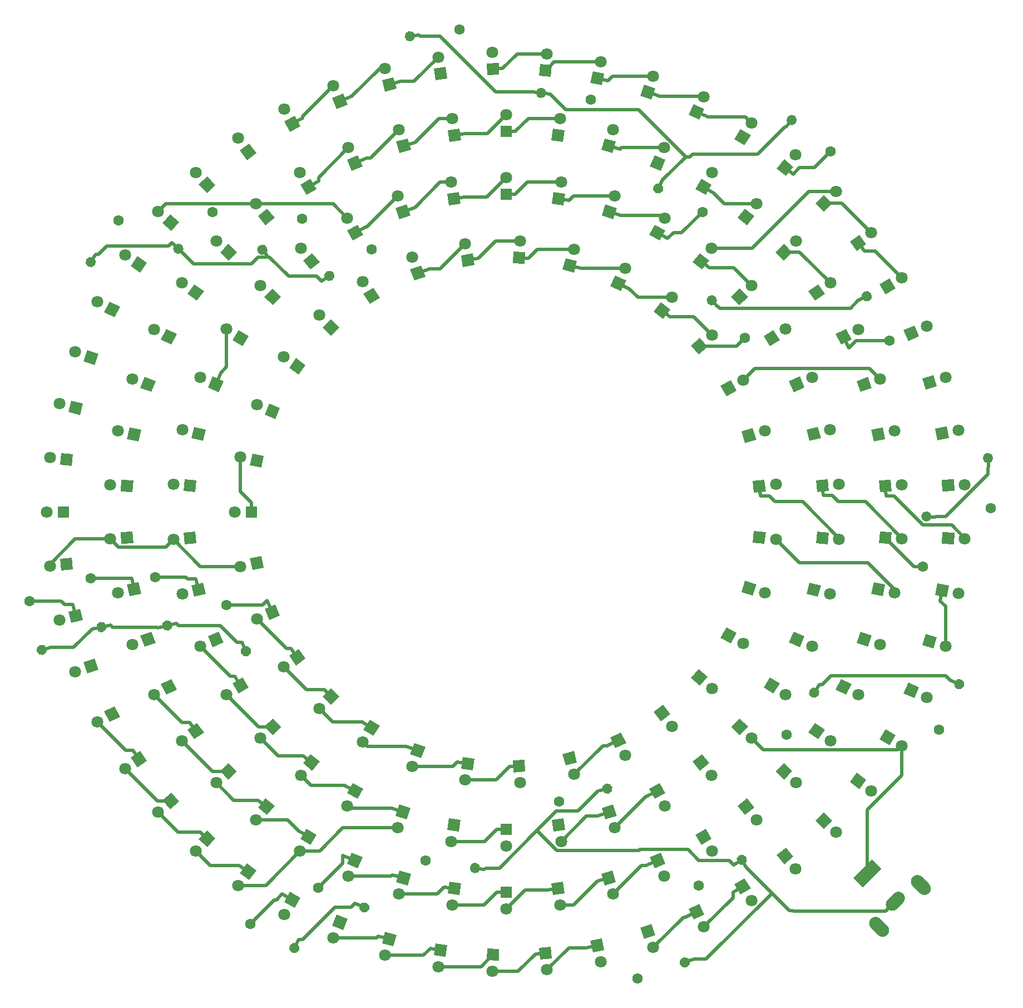
<source format=gbr>
%TF.GenerationSoftware,KiCad,Pcbnew,5.1.9-73d0e3b20d~88~ubuntu20.10.1*%
%TF.CreationDate,2021-06-02T15:00:00-07:00*%
%TF.ProjectId,72mm_id_4_row_168_led,37326d6d-5f69-4645-9f34-5f726f775f31,rev?*%
%TF.SameCoordinates,Original*%
%TF.FileFunction,Copper,L1,Top*%
%TF.FilePolarity,Positive*%
%FSLAX46Y46*%
G04 Gerber Fmt 4.6, Leading zero omitted, Abs format (unit mm)*
G04 Created by KiCad (PCBNEW 5.1.9-73d0e3b20d~88~ubuntu20.10.1) date 2021-06-02 15:00:00*
%MOMM*%
%LPD*%
G01*
G04 APERTURE LIST*
%TA.AperFunction,ComponentPad*%
%ADD10C,1.800000*%
%TD*%
%TA.AperFunction,ComponentPad*%
%ADD11C,0.100000*%
%TD*%
%TA.AperFunction,ComponentPad*%
%ADD12R,1.800000X1.800000*%
%TD*%
%TA.AperFunction,ComponentPad*%
%ADD13C,1.600000*%
%TD*%
%TA.AperFunction,Conductor*%
%ADD14C,0.500000*%
%TD*%
G04 APERTURE END LIST*
D10*
%TO.P,D1,2*%
%TO.N,+12V*%
X141058043Y-104179751D03*
%TA.AperFunction,ComponentPad*%
D11*
%TO.P,D1,1*%
%TO.N,Net-(D1-Pad1)*%
G36*
X137542812Y-104715243D02*
G01*
X137730963Y-102925104D01*
X139521102Y-103113255D01*
X139332951Y-104903394D01*
X137542812Y-104715243D01*
G37*
%TD.AperFunction*%
%TD*%
D10*
%TO.P,D2,2*%
%TO.N,Net-(D1-Pad1)*%
X139380507Y-112346312D03*
%TA.AperFunction,ComponentPad*%
D11*
%TO.P,D2,1*%
%TO.N,Net-(D2-Pad1)*%
G36*
X135827684Y-112201228D02*
G01*
X136353953Y-110479879D01*
X138075302Y-111006148D01*
X137549033Y-112727497D01*
X135827684Y-112201228D01*
G37*
%TD.AperFunction*%
%TD*%
D10*
%TO.P,D3,2*%
%TO.N,Net-(D2-Pad1)*%
X136084767Y-120027708D03*
%TA.AperFunction,ComponentPad*%
D11*
%TO.P,D3,1*%
%TO.N,Net-(D3-Pad1)*%
G36*
X132639747Y-119147121D02*
G01*
X133512404Y-117572806D01*
X135086719Y-118445463D01*
X134214062Y-120019778D01*
X132639747Y-119147121D01*
G37*
%TD.AperFunction*%
%TD*%
D10*
%TO.P,D4,2*%
%TO.N,Net-(D3-Pad1)*%
X131308481Y-126888195D03*
%TA.AperFunction,ComponentPad*%
D11*
%TO.P,D4,1*%
%TO.N,Net-(D4-Pad1)*%
G36*
X128121827Y-125310590D02*
G01*
X129302734Y-123952113D01*
X130661211Y-125133020D01*
X129480304Y-126491497D01*
X128121827Y-125310590D01*
G37*
%TD.AperFunction*%
%TD*%
D10*
%TO.P,D5,2*%
%TO.N,Net-(D4-Pad1)*%
X125265890Y-132631774D03*
%TA.AperFunction,ComponentPad*%
D11*
%TO.P,D5,1*%
%TO.N,Net-(D5-Pad1)*%
G36*
X122438805Y-130475112D02*
G01*
X123857224Y-129366921D01*
X124965415Y-130785340D01*
X123546996Y-131893531D01*
X122438805Y-130475112D01*
G37*
%TD.AperFunction*%
%TD*%
D10*
%TO.P,D6,2*%
%TO.N,Net-(D5-Pad1)*%
X118172731Y-137053468D03*
%TA.AperFunction,ComponentPad*%
D11*
%TO.P,D6,1*%
%TO.N,Net-(D6-Pad1)*%
G36*
X115855820Y-134356151D02*
G01*
X117473650Y-133567083D01*
X118262718Y-135184913D01*
X116644888Y-135973981D01*
X115855820Y-134356151D01*
G37*
%TD.AperFunction*%
%TD*%
D10*
%TO.P,D7,2*%
%TO.N,Net-(D6-Pad1)*%
X110354700Y-139949726D03*
%TA.AperFunction,ComponentPad*%
D11*
%TO.P,D7,1*%
%TO.N,Net-(D7-Pad1)*%
G36*
X108595030Y-136859878D02*
G01*
X110333696Y-136394004D01*
X110799570Y-138132670D01*
X109060904Y-138598544D01*
X108595030Y-136859878D01*
G37*
%TD.AperFunction*%
%TD*%
D10*
%TO.P,D8,2*%
%TO.N,+12V*%
X102092467Y-141217260D03*
%TA.AperFunction,ComponentPad*%
D11*
%TO.P,D8,1*%
%TO.N,Net-(D8-Pad1)*%
G36*
X101013664Y-137829076D02*
G01*
X102811197Y-137734871D01*
X102905402Y-139532404D01*
X101107869Y-139626609D01*
X101013664Y-137829076D01*
G37*
%TD.AperFunction*%
%TD*%
D10*
%TO.P,D9,2*%
%TO.N,Net-(D8-Pad1)*%
X93744228Y-140793364D03*
%TA.AperFunction,ComponentPad*%
D11*
%TO.P,D9,1*%
%TO.N,Net-(D10-Pad2)*%
G36*
X93393444Y-137254925D02*
G01*
X95171283Y-137536508D01*
X94889700Y-139314347D01*
X93111861Y-139032764D01*
X93393444Y-137254925D01*
G37*
%TD.AperFunction*%
%TD*%
D10*
%TO.P,D10,2*%
%TO.N,Net-(D10-Pad2)*%
X85673434Y-138703410D03*
%TA.AperFunction,ComponentPad*%
D11*
%TO.P,D10,1*%
%TO.N,Net-(D10-Pad1)*%
G36*
X86004261Y-135163049D02*
G01*
X87695707Y-135778685D01*
X87080071Y-137470131D01*
X85388625Y-136854495D01*
X86004261Y-135163049D01*
G37*
%TD.AperFunction*%
%TD*%
D10*
%TO.P,D11,2*%
%TO.N,Net-(D10-Pad1)*%
X78168403Y-135023021D03*
%TA.AperFunction,ComponentPad*%
D11*
%TO.P,D11,1*%
%TO.N,Net-(D11-Pad1)*%
G36*
X79228081Y-131628808D02*
G01*
X80754568Y-132582663D01*
X79800713Y-134109150D01*
X78274226Y-133155295D01*
X79228081Y-131628808D01*
G37*
%TD.AperFunction*%
%TD*%
D10*
%TO.P,D12,2*%
%TO.N,Net-(D11-Pad1)*%
X71559084Y-129905562D03*
%TA.AperFunction,ComponentPad*%
D11*
%TO.P,D12,1*%
%TO.N,Net-(D12-Pad1)*%
G36*
X73301303Y-126805840D02*
G01*
X74596114Y-128056225D01*
X73345729Y-129351036D01*
X72050918Y-128100651D01*
X73301303Y-126805840D01*
G37*
%TD.AperFunction*%
%TD*%
D10*
%TO.P,D13,2*%
%TO.N,Net-(D12-Pad1)*%
X66129177Y-123579442D03*
%TA.AperFunction,ComponentPad*%
D11*
%TO.P,D13,1*%
%TO.N,Net-(D13-Pad1)*%
G36*
X68430841Y-120869102D02*
G01*
X69463279Y-122343576D01*
X67988805Y-123376014D01*
X66956367Y-121901540D01*
X68430841Y-120869102D01*
G37*
%TD.AperFunction*%
%TD*%
D10*
%TO.P,D14,2*%
%TO.N,Net-(D13-Pad1)*%
X62072659Y-116270229D03*
%TA.AperFunction,ComponentPad*%
D11*
%TO.P,D14,1*%
%TO.N,Net-(D14-Pad1)*%
G36*
X64887537Y-114097659D02*
G01*
X65590853Y-115754567D01*
X63933945Y-116457883D01*
X63230629Y-114800975D01*
X64887537Y-114097659D01*
G37*
%TD.AperFunction*%
%TD*%
D10*
%TO.P,D15,2*%
%TO.N,+12V*%
X59576553Y-108316048D03*
%TA.AperFunction,ComponentPad*%
D11*
%TO.P,D15,1*%
%TO.N,Net-(D15-Pad1)*%
G36*
X62754259Y-106720499D02*
G01*
X63128500Y-108481164D01*
X61367835Y-108855405D01*
X60993594Y-107094740D01*
X62754259Y-106720499D01*
G37*
%TD.AperFunction*%
%TD*%
D10*
%TO.P,D16,2*%
%TO.N,Net-(D15-Pad1)*%
X58730000Y-100000000D03*
D12*
%TO.P,D16,1*%
%TO.N,Net-(D16-Pad1)*%
X61270000Y-100000000D03*
%TD*%
D10*
%TO.P,D17,2*%
%TO.N,Net-(D16-Pad1)*%
X59576553Y-91684052D03*
%TA.AperFunction,ComponentPad*%
D11*
%TO.P,D17,1*%
%TO.N,Net-(D17-Pad1)*%
G36*
X63128500Y-91518936D02*
G01*
X62754259Y-93279601D01*
X60993594Y-92905360D01*
X61367835Y-91144695D01*
X63128500Y-91518936D01*
G37*
%TD.AperFunction*%
%TD*%
D10*
%TO.P,D18,2*%
%TO.N,Net-(D17-Pad1)*%
X62072659Y-83729571D03*
%TA.AperFunction,ComponentPad*%
D11*
%TO.P,D18,1*%
%TO.N,Net-(D18-Pad1)*%
G36*
X65590853Y-84245233D02*
G01*
X64887537Y-85902141D01*
X63230629Y-85198825D01*
X63933945Y-83541917D01*
X65590853Y-84245233D01*
G37*
%TD.AperFunction*%
%TD*%
D10*
%TO.P,D19,2*%
%TO.N,Net-(D18-Pad1)*%
X66129177Y-76420858D03*
%TA.AperFunction,ComponentPad*%
D11*
%TO.P,D19,1*%
%TO.N,Net-(D19-Pad1)*%
G36*
X69463279Y-77656724D02*
G01*
X68430841Y-79131198D01*
X66956367Y-78098760D01*
X67988805Y-76624286D01*
X69463279Y-77656724D01*
G37*
%TD.AperFunction*%
%TD*%
D10*
%TO.P,D20,2*%
%TO.N,Net-(D19-Pad1)*%
X71559084Y-70094738D03*
%TA.AperFunction,ComponentPad*%
D11*
%TO.P,D20,1*%
%TO.N,Net-(D20-Pad1)*%
G36*
X74596114Y-71944075D02*
G01*
X73301303Y-73194460D01*
X72050918Y-71899649D01*
X73345729Y-70649264D01*
X74596114Y-71944075D01*
G37*
%TD.AperFunction*%
%TD*%
D10*
%TO.P,D21,2*%
%TO.N,Net-(D20-Pad1)*%
X78168403Y-64977179D03*
%TA.AperFunction,ComponentPad*%
D11*
%TO.P,D21,1*%
%TO.N,Net-(D21-Pad1)*%
G36*
X80754568Y-67417537D02*
G01*
X79228081Y-68371392D01*
X78274226Y-66844905D01*
X79800713Y-65891050D01*
X80754568Y-67417537D01*
G37*
%TD.AperFunction*%
%TD*%
D10*
%TO.P,D22,2*%
%TO.N,+12V*%
X85673434Y-61296490D03*
%TA.AperFunction,ComponentPad*%
D11*
%TO.P,D22,1*%
%TO.N,Net-(D22-Pad1)*%
G36*
X87695707Y-64221215D02*
G01*
X86004261Y-64836851D01*
X85388625Y-63145405D01*
X87080071Y-62529769D01*
X87695707Y-64221215D01*
G37*
%TD.AperFunction*%
%TD*%
D10*
%TO.P,D23,2*%
%TO.N,Net-(D22-Pad1)*%
X93744228Y-59206936D03*
%TA.AperFunction,ComponentPad*%
D11*
%TO.P,D23,1*%
%TO.N,Net-(D23-Pad1)*%
G36*
X95171283Y-62463792D02*
G01*
X93393444Y-62745375D01*
X93111861Y-60967536D01*
X94889700Y-60685953D01*
X95171283Y-62463792D01*
G37*
%TD.AperFunction*%
%TD*%
D10*
%TO.P,D24,2*%
%TO.N,Net-(D23-Pad1)*%
X102092467Y-58783040D03*
%TA.AperFunction,ComponentPad*%
D11*
%TO.P,D24,1*%
%TO.N,Net-(D24-Pad1)*%
G36*
X102811197Y-62265429D02*
G01*
X101013664Y-62171224D01*
X101107869Y-60373691D01*
X102905402Y-60467896D01*
X102811197Y-62265429D01*
G37*
%TD.AperFunction*%
%TD*%
D10*
%TO.P,D25,2*%
%TO.N,Net-(D24-Pad1)*%
X110354700Y-60050174D03*
%TA.AperFunction,ComponentPad*%
D11*
%TO.P,D25,1*%
%TO.N,Net-(D25-Pad1)*%
G36*
X110333696Y-63605896D02*
G01*
X108595030Y-63140022D01*
X109060904Y-61401356D01*
X110799570Y-61867230D01*
X110333696Y-63605896D01*
G37*
%TD.AperFunction*%
%TD*%
D10*
%TO.P,D26,2*%
%TO.N,Net-(D25-Pad1)*%
X118172731Y-62946332D03*
%TA.AperFunction,ComponentPad*%
D11*
%TO.P,D26,1*%
%TO.N,Net-(D26-Pad1)*%
G36*
X117473650Y-66432717D02*
G01*
X115855820Y-65643649D01*
X116644888Y-64025819D01*
X118262718Y-64814887D01*
X117473650Y-66432717D01*
G37*
%TD.AperFunction*%
%TD*%
D10*
%TO.P,D27,2*%
%TO.N,Net-(D26-Pad1)*%
X125265890Y-67368226D03*
%TA.AperFunction,ComponentPad*%
D11*
%TO.P,D27,1*%
%TO.N,Net-(D27-Pad1)*%
G36*
X123857224Y-70633079D02*
G01*
X122438805Y-69524888D01*
X123546996Y-68106469D01*
X124965415Y-69214660D01*
X123857224Y-70633079D01*
G37*
%TD.AperFunction*%
%TD*%
D10*
%TO.P,D28,2*%
%TO.N,Net-(D27-Pad1)*%
X131308481Y-73111905D03*
%TA.AperFunction,ComponentPad*%
D11*
%TO.P,D28,1*%
%TO.N,Net-(D28-Pad1)*%
G36*
X129302734Y-76047987D02*
G01*
X128121827Y-74689510D01*
X129480304Y-73508603D01*
X130661211Y-74867080D01*
X129302734Y-76047987D01*
G37*
%TD.AperFunction*%
%TD*%
D10*
%TO.P,D29,2*%
%TO.N,+12V*%
X136084767Y-79972192D03*
%TA.AperFunction,ComponentPad*%
D11*
%TO.P,D29,1*%
%TO.N,Net-(D29-Pad1)*%
G36*
X133512404Y-82427094D02*
G01*
X132639747Y-80852779D01*
X134214062Y-79980122D01*
X135086719Y-81554437D01*
X133512404Y-82427094D01*
G37*
%TD.AperFunction*%
%TD*%
D10*
%TO.P,D30,2*%
%TO.N,Net-(D29-Pad1)*%
X139380507Y-87654188D03*
%TA.AperFunction,ComponentPad*%
D11*
%TO.P,D30,1*%
%TO.N,Net-(D30-Pad1)*%
G36*
X136353953Y-89520621D02*
G01*
X135827684Y-87799272D01*
X137549033Y-87273003D01*
X138075302Y-88994352D01*
X136353953Y-89520621D01*
G37*
%TD.AperFunction*%
%TD*%
D10*
%TO.P,D31,2*%
%TO.N,Net-(D30-Pad1)*%
X141058043Y-95820549D03*
%TA.AperFunction,ComponentPad*%
D11*
%TO.P,D31,1*%
%TO.N,Net-(D31-Pad1)*%
G36*
X137730963Y-97075196D02*
G01*
X137542812Y-95285057D01*
X139332951Y-95096906D01*
X139521102Y-96887045D01*
X137730963Y-97075196D01*
G37*
%TD.AperFunction*%
%TD*%
D10*
%TO.P,D32,2*%
%TO.N,Net-(D31-Pad1)*%
X150651167Y-104202688D03*
%TA.AperFunction,ComponentPad*%
D11*
%TO.P,D32,1*%
%TO.N,Net-(D32-Pad1)*%
G36*
X147145818Y-104799447D02*
G01*
X147302698Y-103006297D01*
X149095848Y-103163177D01*
X148938968Y-104956327D01*
X147145818Y-104799447D01*
G37*
%TD.AperFunction*%
%TD*%
D10*
%TO.P,D33,2*%
%TO.N,Net-(D32-Pad1)*%
X149271276Y-112472241D03*
%TA.AperFunction,ComponentPad*%
D11*
%TO.P,D33,1*%
%TO.N,Net-(D33-Pad1)*%
G36*
X145715728Y-112513295D02*
G01*
X146151188Y-110766763D01*
X147897720Y-111202223D01*
X147462260Y-112948755D01*
X145715728Y-112513295D01*
G37*
%TD.AperFunction*%
%TD*%
D10*
%TO.P,D34,2*%
%TO.N,Net-(D33-Pad1)*%
X146542203Y-120422556D03*
%TA.AperFunction,ComponentPad*%
D11*
%TO.P,D34,1*%
%TO.N,Net-(D34-Pad1)*%
G36*
X143033543Y-119845572D02*
G01*
X143765669Y-118201190D01*
X145410051Y-118933316D01*
X144677925Y-120577698D01*
X143033543Y-119845572D01*
G37*
%TD.AperFunction*%
%TD*%
D10*
%TO.P,D35,2*%
%TO.N,Net-(D34-Pad1)*%
X142551112Y-127795692D03*
%TA.AperFunction,ComponentPad*%
D11*
%TO.P,D35,1*%
%TO.N,Net-(D35-Pad1)*%
G36*
X139175909Y-126676936D02*
G01*
X140156260Y-125167329D01*
X141665867Y-126147680D01*
X140685516Y-127657287D01*
X139175909Y-126676936D01*
G37*
%TD.AperFunction*%
%TD*%
D10*
%TO.P,D36,2*%
%TO.N,+12V*%
X137387819Y-134429138D03*
%TA.AperFunction,ComponentPad*%
D11*
%TO.P,D36,1*%
%TO.N,Net-(D36-Pad1)*%
G36*
X134258164Y-132741282D02*
G01*
X135485761Y-131424845D01*
X136802198Y-132652442D01*
X135574601Y-133968879D01*
X134258164Y-132741282D01*
G37*
%TD.AperFunction*%
%TD*%
D10*
%TO.P,D37,2*%
%TO.N,Net-(D36-Pad1)*%
X131219890Y-140106774D03*
%TA.AperFunction,ComponentPad*%
D11*
%TO.P,D37,1*%
%TO.N,Net-(D37-Pad1)*%
G36*
X128392805Y-137950112D02*
G01*
X129811224Y-136841921D01*
X130919415Y-138260340D01*
X129500996Y-139368531D01*
X128392805Y-137950112D01*
G37*
%TD.AperFunction*%
%TD*%
D10*
%TO.P,D38,2*%
%TO.N,Net-(D37-Pad1)*%
X124182229Y-144704343D03*
%TA.AperFunction,ComponentPad*%
D11*
%TO.P,D38,1*%
%TO.N,Net-(D38-Pad1)*%
G36*
X121772594Y-142089529D02*
G01*
X123361899Y-141244480D01*
X124206948Y-142833785D01*
X122617643Y-143678834D01*
X121772594Y-142089529D01*
G37*
%TD.AperFunction*%
%TD*%
D10*
%TO.P,D39,2*%
%TO.N,Net-(D38-Pad1)*%
X116504472Y-148070809D03*
%TA.AperFunction,ComponentPad*%
D11*
%TO.P,D39,1*%
%TO.N,Net-(D39-Pad1)*%
G36*
X114533550Y-145111236D02*
G01*
X116235483Y-144525213D01*
X116821506Y-146227146D01*
X115119573Y-146813169D01*
X114533550Y-145111236D01*
G37*
%TD.AperFunction*%
%TD*%
D10*
%TO.P,D40,2*%
%TO.N,Net-(D39-Pad1)*%
X108355672Y-150134364D03*
%TA.AperFunction,ComponentPad*%
D11*
%TO.P,D40,1*%
%TO.N,Net-(D40-Pad1)*%
G36*
X106928617Y-146877508D02*
G01*
X108706456Y-146595925D01*
X108988039Y-148373764D01*
X107210200Y-148655347D01*
X106928617Y-146877508D01*
G37*
%TD.AperFunction*%
%TD*%
D10*
%TO.P,D41,2*%
%TO.N,Net-(D40-Pad1)*%
X100000000Y-150826000D03*
D12*
%TO.P,D41,1*%
%TO.N,Net-(D41-Pad1)*%
X100000000Y-148286000D03*
%TD*%
D10*
%TO.P,D42,2*%
%TO.N,Net-(D41-Pad1)*%
X91644728Y-150134364D03*
%TA.AperFunction,ComponentPad*%
D11*
%TO.P,D42,1*%
%TO.N,Net-(D42-Pad1)*%
G36*
X91293944Y-146595925D02*
G01*
X93071783Y-146877508D01*
X92790200Y-148655347D01*
X91012361Y-148373764D01*
X91293944Y-146595925D01*
G37*
%TD.AperFunction*%
%TD*%
D10*
%TO.P,D43,2*%
%TO.N,+12V*%
X83495828Y-148070809D03*
%TA.AperFunction,ComponentPad*%
D11*
%TO.P,D43,1*%
%TO.N,Net-(D43-Pad1)*%
G36*
X83764817Y-144525213D02*
G01*
X85466750Y-145111236D01*
X84880727Y-146813169D01*
X83178794Y-146227146D01*
X83764817Y-144525213D01*
G37*
%TD.AperFunction*%
%TD*%
D10*
%TO.P,D44,2*%
%TO.N,Net-(D43-Pad1)*%
X75817971Y-144704343D03*
%TA.AperFunction,ComponentPad*%
D11*
%TO.P,D44,1*%
%TO.N,Net-(D44-Pad1)*%
G36*
X76638301Y-141244480D02*
G01*
X78227606Y-142089529D01*
X77382557Y-143678834D01*
X75793252Y-142833785D01*
X76638301Y-141244480D01*
G37*
%TD.AperFunction*%
%TD*%
D10*
%TO.P,D45,2*%
%TO.N,Net-(D44-Pad1)*%
X68780410Y-140106774D03*
%TA.AperFunction,ComponentPad*%
D11*
%TO.P,D45,1*%
%TO.N,Net-(D45-Pad1)*%
G36*
X70189076Y-136841921D02*
G01*
X71607495Y-137950112D01*
X70499304Y-139368531D01*
X69080885Y-138260340D01*
X70189076Y-136841921D01*
G37*
%TD.AperFunction*%
%TD*%
D10*
%TO.P,D46,2*%
%TO.N,Net-(D45-Pad1)*%
X62611981Y-134429138D03*
%TA.AperFunction,ComponentPad*%
D11*
%TO.P,D46,1*%
%TO.N,Net-(D46-Pad1)*%
G36*
X64514039Y-131424845D02*
G01*
X65741636Y-132741282D01*
X64425199Y-133968879D01*
X63197602Y-132652442D01*
X64514039Y-131424845D01*
G37*
%TD.AperFunction*%
%TD*%
D10*
%TO.P,D47,2*%
%TO.N,Net-(D46-Pad1)*%
X57448688Y-127795692D03*
%TA.AperFunction,ComponentPad*%
D11*
%TO.P,D47,1*%
%TO.N,Net-(D47-Pad1)*%
G36*
X59843540Y-125167329D02*
G01*
X60823891Y-126676936D01*
X59314284Y-127657287D01*
X58333933Y-126147680D01*
X59843540Y-125167329D01*
G37*
%TD.AperFunction*%
%TD*%
D10*
%TO.P,D48,2*%
%TO.N,Net-(D47-Pad1)*%
X53458097Y-120422556D03*
%TA.AperFunction,ComponentPad*%
D11*
%TO.P,D48,1*%
%TO.N,Net-(D48-Pad1)*%
G36*
X56234631Y-118201190D02*
G01*
X56966757Y-119845572D01*
X55322375Y-120577698D01*
X54590249Y-118933316D01*
X56234631Y-118201190D01*
G37*
%TD.AperFunction*%
%TD*%
D10*
%TO.P,D49,2*%
%TO.N,Net-(D48-Pad1)*%
X50728524Y-112472241D03*
%TA.AperFunction,ComponentPad*%
D11*
%TO.P,D49,1*%
%TO.N,Net-(D49-Pad1)*%
G36*
X53848612Y-110766763D02*
G01*
X54284072Y-112513295D01*
X52537540Y-112948755D01*
X52102080Y-111202223D01*
X53848612Y-110766763D01*
G37*
%TD.AperFunction*%
%TD*%
D10*
%TO.P,D50,2*%
%TO.N,+12V*%
X49348533Y-104202688D03*
%TA.AperFunction,ComponentPad*%
D11*
%TO.P,D50,1*%
%TO.N,Net-(D50-Pad1)*%
G36*
X52697002Y-103006297D02*
G01*
X52853882Y-104799447D01*
X51060732Y-104956327D01*
X50903852Y-103163177D01*
X52697002Y-103006297D01*
G37*
%TD.AperFunction*%
%TD*%
D10*
%TO.P,D51,2*%
%TO.N,Net-(D50-Pad1)*%
X49348533Y-95797012D03*
%TA.AperFunction,ComponentPad*%
D11*
%TO.P,D51,1*%
%TO.N,Net-(D51-Pad1)*%
G36*
X52853882Y-95200253D02*
G01*
X52697002Y-96993403D01*
X50903852Y-96836523D01*
X51060732Y-95043373D01*
X52853882Y-95200253D01*
G37*
%TD.AperFunction*%
%TD*%
D10*
%TO.P,D52,2*%
%TO.N,Net-(D51-Pad1)*%
X50728524Y-87527559D03*
%TA.AperFunction,ComponentPad*%
D11*
%TO.P,D52,1*%
%TO.N,Net-(D52-Pad1)*%
G36*
X54284072Y-87486505D02*
G01*
X53848612Y-89233037D01*
X52102080Y-88797577D01*
X52537540Y-87051045D01*
X54284072Y-87486505D01*
G37*
%TD.AperFunction*%
%TD*%
D10*
%TO.P,D53,2*%
%TO.N,Net-(D52-Pad1)*%
X53458097Y-79577244D03*
%TA.AperFunction,ComponentPad*%
D11*
%TO.P,D53,1*%
%TO.N,Net-(D53-Pad1)*%
G36*
X56966757Y-80154228D02*
G01*
X56234631Y-81798610D01*
X54590249Y-81066484D01*
X55322375Y-79422102D01*
X56966757Y-80154228D01*
G37*
%TD.AperFunction*%
%TD*%
D10*
%TO.P,D54,2*%
%TO.N,Net-(D53-Pad1)*%
X57448688Y-72204008D03*
%TA.AperFunction,ComponentPad*%
D11*
%TO.P,D54,1*%
%TO.N,Net-(D54-Pad1)*%
G36*
X60823891Y-73322764D02*
G01*
X59843540Y-74832371D01*
X58333933Y-73852020D01*
X59314284Y-72342413D01*
X60823891Y-73322764D01*
G37*
%TD.AperFunction*%
%TD*%
D10*
%TO.P,D55,2*%
%TO.N,Net-(D54-Pad1)*%
X62611981Y-65570762D03*
%TA.AperFunction,ComponentPad*%
D11*
%TO.P,D55,1*%
%TO.N,Net-(D55-Pad1)*%
G36*
X65741636Y-67258618D02*
G01*
X64514039Y-68575055D01*
X63197602Y-67347458D01*
X64425199Y-66031021D01*
X65741636Y-67258618D01*
G37*
%TD.AperFunction*%
%TD*%
D10*
%TO.P,D56,2*%
%TO.N,Net-(D55-Pad1)*%
X68780410Y-59892926D03*
%TA.AperFunction,ComponentPad*%
D11*
%TO.P,D56,1*%
%TO.N,Net-(D56-Pad1)*%
G36*
X71607495Y-62049588D02*
G01*
X70189076Y-63157779D01*
X69080885Y-61739360D01*
X70499304Y-60631169D01*
X71607495Y-62049588D01*
G37*
%TD.AperFunction*%
%TD*%
D10*
%TO.P,D57,2*%
%TO.N,+12V*%
X75817971Y-55295857D03*
%TA.AperFunction,ComponentPad*%
D11*
%TO.P,D57,1*%
%TO.N,Net-(D57-Pad1)*%
G36*
X78227606Y-57910671D02*
G01*
X76638301Y-58755720D01*
X75793252Y-57166415D01*
X77382557Y-56321366D01*
X78227606Y-57910671D01*
G37*
%TD.AperFunction*%
%TD*%
D10*
%TO.P,D58,2*%
%TO.N,Net-(D57-Pad1)*%
X83495828Y-51928691D03*
%TA.AperFunction,ComponentPad*%
D11*
%TO.P,D58,1*%
%TO.N,Net-(D58-Pad1)*%
G36*
X85466750Y-54888264D02*
G01*
X83764817Y-55474287D01*
X83178794Y-53772354D01*
X84880727Y-53186331D01*
X85466750Y-54888264D01*
G37*
%TD.AperFunction*%
%TD*%
D10*
%TO.P,D59,2*%
%TO.N,Net-(D58-Pad1)*%
X91644728Y-49865936D03*
%TA.AperFunction,ComponentPad*%
D11*
%TO.P,D59,1*%
%TO.N,Net-(D59-Pad1)*%
G36*
X93071783Y-53122792D02*
G01*
X91293944Y-53404375D01*
X91012361Y-51626536D01*
X92790200Y-51344953D01*
X93071783Y-53122792D01*
G37*
%TD.AperFunction*%
%TD*%
D10*
%TO.P,D60,2*%
%TO.N,Net-(D59-Pad1)*%
X100000000Y-49174400D03*
D12*
%TO.P,D60,1*%
%TO.N,Net-(D60-Pad1)*%
X100000000Y-51714400D03*
%TD*%
D10*
%TO.P,D61,2*%
%TO.N,Net-(D60-Pad1)*%
X108355672Y-49865936D03*
%TA.AperFunction,ComponentPad*%
D11*
%TO.P,D61,1*%
%TO.N,Net-(D61-Pad1)*%
G36*
X108706456Y-53404375D02*
G01*
X106928617Y-53122792D01*
X107210200Y-51344953D01*
X108988039Y-51626536D01*
X108706456Y-53404375D01*
G37*
%TD.AperFunction*%
%TD*%
D10*
%TO.P,D62,2*%
%TO.N,Net-(D61-Pad1)*%
X116504472Y-51928691D03*
%TA.AperFunction,ComponentPad*%
D11*
%TO.P,D62,1*%
%TO.N,Net-(D62-Pad1)*%
G36*
X116235483Y-55474287D02*
G01*
X114533550Y-54888264D01*
X115119573Y-53186331D01*
X116821506Y-53772354D01*
X116235483Y-55474287D01*
G37*
%TD.AperFunction*%
%TD*%
D10*
%TO.P,D63,2*%
%TO.N,Net-(D62-Pad1)*%
X124182229Y-55295857D03*
%TA.AperFunction,ComponentPad*%
D11*
%TO.P,D63,1*%
%TO.N,Net-(D63-Pad1)*%
G36*
X123361899Y-58755720D02*
G01*
X121772594Y-57910671D01*
X122617643Y-56321366D01*
X124206948Y-57166415D01*
X123361899Y-58755720D01*
G37*
%TD.AperFunction*%
%TD*%
D10*
%TO.P,D64,2*%
%TO.N,+12V*%
X131219890Y-59892926D03*
%TA.AperFunction,ComponentPad*%
D11*
%TO.P,D64,1*%
%TO.N,Net-(D64-Pad1)*%
G36*
X129811224Y-63157779D02*
G01*
X128392805Y-62049588D01*
X129500996Y-60631169D01*
X130919415Y-61739360D01*
X129811224Y-63157779D01*
G37*
%TD.AperFunction*%
%TD*%
D10*
%TO.P,D65,2*%
%TO.N,Net-(D64-Pad1)*%
X137387819Y-65570762D03*
%TA.AperFunction,ComponentPad*%
D11*
%TO.P,D65,1*%
%TO.N,Net-(D65-Pad1)*%
G36*
X135485761Y-68575055D02*
G01*
X134258164Y-67258618D01*
X135574601Y-66031021D01*
X136802198Y-67347458D01*
X135485761Y-68575055D01*
G37*
%TD.AperFunction*%
%TD*%
D10*
%TO.P,D66,2*%
%TO.N,Net-(D65-Pad1)*%
X142551112Y-72204008D03*
%TA.AperFunction,ComponentPad*%
D11*
%TO.P,D66,1*%
%TO.N,Net-(D66-Pad1)*%
G36*
X140156260Y-74832371D02*
G01*
X139175909Y-73322764D01*
X140685516Y-72342413D01*
X141665867Y-73852020D01*
X140156260Y-74832371D01*
G37*
%TD.AperFunction*%
%TD*%
D10*
%TO.P,D67,2*%
%TO.N,Net-(D66-Pad1)*%
X146542203Y-79577244D03*
%TA.AperFunction,ComponentPad*%
D11*
%TO.P,D67,1*%
%TO.N,Net-(D67-Pad1)*%
G36*
X143765669Y-81798610D02*
G01*
X143033543Y-80154228D01*
X144677925Y-79422102D01*
X145410051Y-81066484D01*
X143765669Y-81798610D01*
G37*
%TD.AperFunction*%
%TD*%
D10*
%TO.P,D68,2*%
%TO.N,Net-(D67-Pad1)*%
X149271276Y-87527559D03*
%TA.AperFunction,ComponentPad*%
D11*
%TO.P,D68,1*%
%TO.N,Net-(D68-Pad1)*%
G36*
X146151188Y-89233037D02*
G01*
X145715728Y-87486505D01*
X147462260Y-87051045D01*
X147897720Y-88797577D01*
X146151188Y-89233037D01*
G37*
%TD.AperFunction*%
%TD*%
D10*
%TO.P,D69,2*%
%TO.N,Net-(D68-Pad1)*%
X150651167Y-95797012D03*
%TA.AperFunction,ComponentPad*%
D11*
%TO.P,D69,1*%
%TO.N,Net-(D69-Pad1)*%
G36*
X147302698Y-96993403D02*
G01*
X147145818Y-95200253D01*
X148938968Y-95043373D01*
X149095848Y-96836523D01*
X147302698Y-96993403D01*
G37*
%TD.AperFunction*%
%TD*%
D10*
%TO.P,D70,2*%
%TO.N,Net-(D69-Pad1)*%
X160239906Y-104122591D03*
%TA.AperFunction,ComponentPad*%
D11*
%TO.P,D70,1*%
%TO.N,Net-(D70-Pad1)*%
G36*
X156745506Y-104780436D02*
G01*
X156871067Y-102984821D01*
X158666682Y-103110382D01*
X158541121Y-104905997D01*
X156745506Y-104780436D01*
G37*
%TD.AperFunction*%
%TD*%
D10*
%TO.P,D71,2*%
%TO.N,+12V*%
X159117247Y-112291048D03*
%TA.AperFunction,ComponentPad*%
D11*
%TO.P,D71,1*%
%TO.N,Net-(D71-Pad1)*%
G36*
X155565300Y-112456164D02*
G01*
X155939541Y-110695499D01*
X157700206Y-111069740D01*
X157325965Y-112830405D01*
X155565300Y-112456164D01*
G37*
%TD.AperFunction*%
%TD*%
D10*
%TO.P,D72,2*%
%TO.N,Net-(D71-Pad1)*%
X156891410Y-120229366D03*
%TA.AperFunction,ComponentPad*%
D11*
%TO.P,D72,1*%
%TO.N,Net-(D72-Pad1)*%
G36*
X153351049Y-119898539D02*
G01*
X153966685Y-118207093D01*
X155658131Y-118822729D01*
X155042495Y-120514175D01*
X153351049Y-119898539D01*
G37*
%TD.AperFunction*%
%TD*%
D10*
%TO.P,D73,2*%
%TO.N,Net-(D72-Pad1)*%
X153615578Y-127771568D03*
%TA.AperFunction,ComponentPad*%
D11*
%TO.P,D73,1*%
%TO.N,Net-(D73-Pad1)*%
G36*
X150141925Y-127011746D02*
G01*
X150959108Y-125407935D01*
X152562919Y-126225118D01*
X151745736Y-127828929D01*
X150141925Y-127011746D01*
G37*
%TD.AperFunction*%
%TD*%
D10*
%TO.P,D74,2*%
%TO.N,Net-(D73-Pad1)*%
X149332323Y-134816442D03*
%TA.AperFunction,ComponentPad*%
D11*
%TO.P,D74,1*%
%TO.N,Net-(D74-Pad1)*%
G36*
X145998221Y-133580576D02*
G01*
X147030659Y-132106102D01*
X148505133Y-133138540D01*
X147472695Y-134613014D01*
X145998221Y-133580576D01*
G37*
%TD.AperFunction*%
%TD*%
D10*
%TO.P,D75,2*%
%TO.N,Net-(D74-Pad1)*%
X144129819Y-141212138D03*
%TA.AperFunction,ComponentPad*%
D11*
%TO.P,D75,1*%
%TO.N,Net-(D75-Pad1)*%
G36*
X141000164Y-139524282D02*
G01*
X142227761Y-138207845D01*
X143544198Y-139435442D01*
X142316601Y-140751879D01*
X141000164Y-139524282D01*
G37*
%TD.AperFunction*%
%TD*%
D10*
%TO.P,D76,2*%
%TO.N,Net-(D75-Pad1)*%
X138103237Y-146839975D03*
%TA.AperFunction,ComponentPad*%
D11*
%TO.P,D76,1*%
%TO.N,Net-(D76-Pad1)*%
G36*
X135238943Y-144732982D02*
G01*
X136637806Y-143600205D01*
X137770583Y-144999068D01*
X136371720Y-146131845D01*
X135238943Y-144732982D01*
G37*
%TD.AperFunction*%
%TD*%
D10*
%TO.P,D77,2*%
%TO.N,Net-(D76-Pad1)*%
X131367098Y-151594602D03*
%TA.AperFunction,ComponentPad*%
D11*
%TO.P,D77,1*%
%TO.N,Net-(D77-Pad1)*%
G36*
X128823917Y-149109482D02*
G01*
X130366818Y-148182413D01*
X131293887Y-149725314D01*
X129750986Y-150652383D01*
X128823917Y-149109482D01*
G37*
%TD.AperFunction*%
%TD*%
D10*
%TO.P,D78,2*%
%TO.N,+12V*%
X124046229Y-155386041D03*
%TA.AperFunction,ComponentPad*%
D11*
%TO.P,D78,1*%
%TO.N,Net-(D78-Pad1)*%
G36*
X121873659Y-152571163D02*
G01*
X123530567Y-151867847D01*
X124233883Y-153524755D01*
X122576975Y-154228071D01*
X121873659Y-152571163D01*
G37*
%TD.AperFunction*%
%TD*%
D10*
%TO.P,D79,2*%
%TO.N,Net-(D78-Pad1)*%
X116298059Y-158139802D03*
%TA.AperFunction,ComponentPad*%
D11*
%TO.P,D79,1*%
%TO.N,Net-(D79-Pad1)*%
G36*
X114484732Y-155081136D02*
G01*
X116215003Y-154584989D01*
X116711150Y-156315260D01*
X114980879Y-156811407D01*
X114484732Y-155081136D01*
G37*
%TD.AperFunction*%
%TD*%
D10*
%TO.P,D80,2*%
%TO.N,Net-(D79-Pad1)*%
X108225750Y-159818640D03*
%TA.AperFunction,ComponentPad*%
D11*
%TO.P,D80,1*%
%TO.N,Net-(D80-Pad1)*%
G36*
X106855753Y-156537375D02*
G01*
X108638235Y-156286863D01*
X108888747Y-158069345D01*
X107106265Y-158319857D01*
X106855753Y-156537375D01*
G37*
%TD.AperFunction*%
%TD*%
D10*
%TO.P,D81,2*%
%TO.N,Net-(D80-Pad1)*%
X100000000Y-160381000D03*
D12*
%TO.P,D81,1*%
%TO.N,Net-(D81-Pad1)*%
X100000000Y-157841000D03*
%TD*%
D10*
%TO.P,D82,2*%
%TO.N,Net-(D81-Pad1)*%
X91774250Y-159818640D03*
%TA.AperFunction,ComponentPad*%
D11*
%TO.P,D82,1*%
%TO.N,Net-(D82-Pad1)*%
G36*
X91361765Y-156286863D02*
G01*
X93144247Y-156537375D01*
X92893735Y-158319857D01*
X91111253Y-158069345D01*
X91361765Y-156286863D01*
G37*
%TD.AperFunction*%
%TD*%
D10*
%TO.P,D83,2*%
%TO.N,Net-(D82-Pad1)*%
X83701941Y-158139802D03*
%TA.AperFunction,ComponentPad*%
D11*
%TO.P,D83,1*%
%TO.N,Net-(D83-Pad1)*%
G36*
X83784997Y-154584989D02*
G01*
X85515268Y-155081136D01*
X85019121Y-156811407D01*
X83288850Y-156315260D01*
X83784997Y-154584989D01*
G37*
%TD.AperFunction*%
%TD*%
D10*
%TO.P,D84,2*%
%TO.N,Net-(D83-Pad1)*%
X75953871Y-155386041D03*
%TA.AperFunction,ComponentPad*%
D11*
%TO.P,D84,1*%
%TO.N,Net-(D84-Pad1)*%
G36*
X76469533Y-151867847D02*
G01*
X78126441Y-152571163D01*
X77423125Y-154228071D01*
X75766217Y-153524755D01*
X76469533Y-151867847D01*
G37*
%TD.AperFunction*%
%TD*%
D10*
%TO.P,D85,2*%
%TO.N,+12V*%
X68632702Y-151594602D03*
%TA.AperFunction,ComponentPad*%
D11*
%TO.P,D85,1*%
%TO.N,Net-(D85-Pad1)*%
G36*
X69632982Y-148182413D02*
G01*
X71175883Y-149109482D01*
X70248814Y-150652383D01*
X68705913Y-149725314D01*
X69632982Y-148182413D01*
G37*
%TD.AperFunction*%
%TD*%
D10*
%TO.P,D86,2*%
%TO.N,Net-(D85-Pad1)*%
X61896463Y-146839975D03*
%TA.AperFunction,ComponentPad*%
D11*
%TO.P,D86,1*%
%TO.N,Net-(D86-Pad1)*%
G36*
X63361894Y-143600205D02*
G01*
X64760757Y-144732982D01*
X63627980Y-146131845D01*
X62229117Y-144999068D01*
X63361894Y-143600205D01*
G37*
%TD.AperFunction*%
%TD*%
D10*
%TO.P,D87,2*%
%TO.N,Net-(D86-Pad1)*%
X55870681Y-141212138D03*
%TA.AperFunction,ComponentPad*%
D11*
%TO.P,D87,1*%
%TO.N,Net-(D87-Pad1)*%
G36*
X57772739Y-138207845D02*
G01*
X59000336Y-139524282D01*
X57683899Y-140751879D01*
X56456302Y-139435442D01*
X57772739Y-138207845D01*
G37*
%TD.AperFunction*%
%TD*%
D10*
%TO.P,D88,2*%
%TO.N,Net-(D87-Pad1)*%
X50667677Y-134816442D03*
%TA.AperFunction,ComponentPad*%
D11*
%TO.P,D88,1*%
%TO.N,Net-(D88-Pad1)*%
G36*
X52969341Y-132106102D02*
G01*
X54001779Y-133580576D01*
X52527305Y-134613014D01*
X51494867Y-133138540D01*
X52969341Y-132106102D01*
G37*
%TD.AperFunction*%
%TD*%
D10*
%TO.P,D89,2*%
%TO.N,Net-(D88-Pad1)*%
X46384522Y-127771568D03*
%TA.AperFunction,ComponentPad*%
D11*
%TO.P,D89,1*%
%TO.N,Net-(D89-Pad1)*%
G36*
X49040992Y-125407935D02*
G01*
X49858175Y-127011746D01*
X48254364Y-127828929D01*
X47437181Y-126225118D01*
X49040992Y-125407935D01*
G37*
%TD.AperFunction*%
%TD*%
D10*
%TO.P,D90,2*%
%TO.N,Net-(D89-Pad1)*%
X43108490Y-120229366D03*
%TA.AperFunction,ComponentPad*%
D11*
%TO.P,D90,1*%
%TO.N,Net-(D90-Pad1)*%
G36*
X46033215Y-118207093D02*
G01*
X46648851Y-119898539D01*
X44957405Y-120514175D01*
X44341769Y-118822729D01*
X46033215Y-118207093D01*
G37*
%TD.AperFunction*%
%TD*%
D10*
%TO.P,D91,2*%
%TO.N,Net-(D90-Pad1)*%
X40883053Y-112291048D03*
%TA.AperFunction,ComponentPad*%
D11*
%TO.P,D91,1*%
%TO.N,Net-(D91-Pad1)*%
G36*
X44060759Y-110695499D02*
G01*
X44435000Y-112456164D01*
X42674335Y-112830405D01*
X42300094Y-111069740D01*
X44060759Y-110695499D01*
G37*
%TD.AperFunction*%
%TD*%
D10*
%TO.P,D92,2*%
%TO.N,+12V*%
X39759794Y-104122591D03*
%TA.AperFunction,ComponentPad*%
D11*
%TO.P,D92,1*%
%TO.N,Net-(D92-Pad1)*%
G36*
X43128633Y-102984821D02*
G01*
X43254194Y-104780436D01*
X41458579Y-104905997D01*
X41333018Y-103110382D01*
X43128633Y-102984821D01*
G37*
%TD.AperFunction*%
%TD*%
D10*
%TO.P,D93,2*%
%TO.N,Net-(D92-Pad1)*%
X39759794Y-95877509D03*
%TA.AperFunction,ComponentPad*%
D11*
%TO.P,D93,1*%
%TO.N,Net-(D93-Pad1)*%
G36*
X43254194Y-95219664D02*
G01*
X43128633Y-97015279D01*
X41333018Y-96889718D01*
X41458579Y-95094103D01*
X43254194Y-95219664D01*
G37*
%TD.AperFunction*%
%TD*%
D10*
%TO.P,D94,2*%
%TO.N,Net-(D93-Pad1)*%
X40883053Y-87709452D03*
%TA.AperFunction,ComponentPad*%
D11*
%TO.P,D94,1*%
%TO.N,Net-(D94-Pad1)*%
G36*
X44435000Y-87544336D02*
G01*
X44060759Y-89305001D01*
X42300094Y-88930760D01*
X42674335Y-87170095D01*
X44435000Y-87544336D01*
G37*
%TD.AperFunction*%
%TD*%
D10*
%TO.P,D95,2*%
%TO.N,Net-(D94-Pad1)*%
X43108490Y-79770534D03*
%TA.AperFunction,ComponentPad*%
D11*
%TO.P,D95,1*%
%TO.N,Net-(D95-Pad1)*%
G36*
X46648851Y-80101361D02*
G01*
X46033215Y-81792807D01*
X44341769Y-81177171D01*
X44957405Y-79485725D01*
X46648851Y-80101361D01*
G37*
%TD.AperFunction*%
%TD*%
D10*
%TO.P,D96,2*%
%TO.N,Net-(D95-Pad1)*%
X46384522Y-72228432D03*
%TA.AperFunction,ComponentPad*%
D11*
%TO.P,D96,1*%
%TO.N,Net-(D96-Pad1)*%
G36*
X49858175Y-72988254D02*
G01*
X49040992Y-74592065D01*
X47437181Y-73774882D01*
X48254364Y-72171071D01*
X49858175Y-72988254D01*
G37*
%TD.AperFunction*%
%TD*%
D10*
%TO.P,D97,2*%
%TO.N,Net-(D96-Pad1)*%
X50667677Y-65183358D03*
%TA.AperFunction,ComponentPad*%
D11*
%TO.P,D97,1*%
%TO.N,Net-(D97-Pad1)*%
G36*
X54001779Y-66419224D02*
G01*
X52969341Y-67893698D01*
X51494867Y-66861260D01*
X52527305Y-65386786D01*
X54001779Y-66419224D01*
G37*
%TD.AperFunction*%
%TD*%
D10*
%TO.P,D98,2*%
%TO.N,Net-(D97-Pad1)*%
X55870681Y-58787362D03*
%TA.AperFunction,ComponentPad*%
D11*
%TO.P,D98,1*%
%TO.N,Net-(D98-Pad1)*%
G36*
X59000336Y-60475218D02*
G01*
X57772739Y-61791655D01*
X56456302Y-60564058D01*
X57683899Y-59247621D01*
X59000336Y-60475218D01*
G37*
%TD.AperFunction*%
%TD*%
D10*
%TO.P,D99,2*%
%TO.N,+12V*%
X61896463Y-53159825D03*
%TA.AperFunction,ComponentPad*%
D11*
%TO.P,D99,1*%
%TO.N,Net-(D100-Pad2)*%
G36*
X64760757Y-55266818D02*
G01*
X63361894Y-56399595D01*
X62229117Y-55000732D01*
X63627980Y-53867955D01*
X64760757Y-55266818D01*
G37*
%TD.AperFunction*%
%TD*%
D10*
%TO.P,D100,2*%
%TO.N,Net-(D100-Pad2)*%
X68632702Y-48405698D03*
%TA.AperFunction,ComponentPad*%
D11*
%TO.P,D100,1*%
%TO.N,Net-(D100-Pad1)*%
G36*
X71175883Y-50890818D02*
G01*
X69632982Y-51817887D01*
X68705913Y-50274986D01*
X70248814Y-49347917D01*
X71175883Y-50890818D01*
G37*
%TD.AperFunction*%
%TD*%
D10*
%TO.P,D101,2*%
%TO.N,Net-(D100-Pad1)*%
X75953871Y-44613559D03*
%TA.AperFunction,ComponentPad*%
D11*
%TO.P,D101,1*%
%TO.N,Net-(D101-Pad1)*%
G36*
X78126441Y-47428437D02*
G01*
X76469533Y-48131753D01*
X75766217Y-46474845D01*
X77423125Y-45771529D01*
X78126441Y-47428437D01*
G37*
%TD.AperFunction*%
%TD*%
D10*
%TO.P,D102,2*%
%TO.N,Net-(D101-Pad1)*%
X83701941Y-41860098D03*
%TA.AperFunction,ComponentPad*%
D11*
%TO.P,D102,1*%
%TO.N,Net-(D102-Pad1)*%
G36*
X85515268Y-44918764D02*
G01*
X83784997Y-45414911D01*
X83288850Y-43684640D01*
X85019121Y-43188493D01*
X85515268Y-44918764D01*
G37*
%TD.AperFunction*%
%TD*%
D10*
%TO.P,D103,2*%
%TO.N,Net-(D102-Pad1)*%
X91774250Y-40181860D03*
%TA.AperFunction,ComponentPad*%
D11*
%TO.P,D103,1*%
%TO.N,Net-(D103-Pad1)*%
G36*
X93144247Y-43463125D02*
G01*
X91361765Y-43713637D01*
X91111253Y-41931155D01*
X92893735Y-41680643D01*
X93144247Y-43463125D01*
G37*
%TD.AperFunction*%
%TD*%
D10*
%TO.P,D104,2*%
%TO.N,Net-(D103-Pad1)*%
X100000000Y-39618900D03*
D12*
%TO.P,D104,1*%
%TO.N,Net-(D104-Pad1)*%
X100000000Y-42158900D03*
%TD*%
D10*
%TO.P,D105,2*%
%TO.N,Net-(D104-Pad1)*%
X108225750Y-40181860D03*
%TA.AperFunction,ComponentPad*%
D11*
%TO.P,D105,1*%
%TO.N,Net-(D105-Pad1)*%
G36*
X108638235Y-43713637D02*
G01*
X106855753Y-43463125D01*
X107106265Y-41680643D01*
X108888747Y-41931155D01*
X108638235Y-43713637D01*
G37*
%TD.AperFunction*%
%TD*%
D10*
%TO.P,D106,2*%
%TO.N,+12V*%
X116298059Y-41860098D03*
%TA.AperFunction,ComponentPad*%
D11*
%TO.P,D106,1*%
%TO.N,Net-(D106-Pad1)*%
G36*
X116215003Y-45414911D02*
G01*
X114484732Y-44918764D01*
X114980879Y-43188493D01*
X116711150Y-43684640D01*
X116215003Y-45414911D01*
G37*
%TD.AperFunction*%
%TD*%
D10*
%TO.P,D107,2*%
%TO.N,Net-(D106-Pad1)*%
X124046229Y-44613559D03*
%TA.AperFunction,ComponentPad*%
D11*
%TO.P,D107,1*%
%TO.N,Net-(D107-Pad1)*%
G36*
X123530567Y-48131753D02*
G01*
X121873659Y-47428437D01*
X122576975Y-45771529D01*
X124233883Y-46474845D01*
X123530567Y-48131753D01*
G37*
%TD.AperFunction*%
%TD*%
D10*
%TO.P,D108,2*%
%TO.N,Net-(D107-Pad1)*%
X131367098Y-48405698D03*
%TA.AperFunction,ComponentPad*%
D11*
%TO.P,D108,1*%
%TO.N,Net-(D108-Pad1)*%
G36*
X130366818Y-51817887D02*
G01*
X128823917Y-50890818D01*
X129750986Y-49347917D01*
X131293887Y-50274986D01*
X130366818Y-51817887D01*
G37*
%TD.AperFunction*%
%TD*%
D10*
%TO.P,D109,2*%
%TO.N,Net-(D108-Pad1)*%
X138103237Y-53159825D03*
%TA.AperFunction,ComponentPad*%
D11*
%TO.P,D109,1*%
%TO.N,Net-(D109-Pad1)*%
G36*
X136637806Y-56399595D02*
G01*
X135238943Y-55266818D01*
X136371720Y-53867955D01*
X137770583Y-55000732D01*
X136637806Y-56399595D01*
G37*
%TD.AperFunction*%
%TD*%
D10*
%TO.P,D110,2*%
%TO.N,Net-(D109-Pad1)*%
X144129819Y-58787362D03*
%TA.AperFunction,ComponentPad*%
D11*
%TO.P,D110,1*%
%TO.N,Net-(D110-Pad1)*%
G36*
X142227761Y-61791655D02*
G01*
X141000164Y-60475218D01*
X142316601Y-59247621D01*
X143544198Y-60564058D01*
X142227761Y-61791655D01*
G37*
%TD.AperFunction*%
%TD*%
D10*
%TO.P,D111,2*%
%TO.N,Net-(D110-Pad1)*%
X149332323Y-65183358D03*
%TA.AperFunction,ComponentPad*%
D11*
%TO.P,D111,1*%
%TO.N,Net-(D111-Pad1)*%
G36*
X147030659Y-67893698D02*
G01*
X145998221Y-66419224D01*
X147472695Y-65386786D01*
X148505133Y-66861260D01*
X147030659Y-67893698D01*
G37*
%TD.AperFunction*%
%TD*%
D10*
%TO.P,D112,2*%
%TO.N,Net-(D111-Pad1)*%
X153615578Y-72228432D03*
%TA.AperFunction,ComponentPad*%
D11*
%TO.P,D112,1*%
%TO.N,Net-(D112-Pad1)*%
G36*
X150959108Y-74592065D02*
G01*
X150141925Y-72988254D01*
X151745736Y-72171071D01*
X152562919Y-73774882D01*
X150959108Y-74592065D01*
G37*
%TD.AperFunction*%
%TD*%
D10*
%TO.P,D113,2*%
%TO.N,+12V*%
X156891410Y-79770534D03*
%TA.AperFunction,ComponentPad*%
D11*
%TO.P,D113,1*%
%TO.N,Net-(D113-Pad1)*%
G36*
X153966685Y-81792807D02*
G01*
X153351049Y-80101361D01*
X155042495Y-79485725D01*
X155658131Y-81177171D01*
X153966685Y-81792807D01*
G37*
%TD.AperFunction*%
%TD*%
D10*
%TO.P,D114,2*%
%TO.N,Net-(D113-Pad1)*%
X159117247Y-87709452D03*
%TA.AperFunction,ComponentPad*%
D11*
%TO.P,D114,1*%
%TO.N,Net-(D114-Pad1)*%
G36*
X155939541Y-89305001D02*
G01*
X155565300Y-87544336D01*
X157325965Y-87170095D01*
X157700206Y-88930760D01*
X155939541Y-89305001D01*
G37*
%TD.AperFunction*%
%TD*%
D10*
%TO.P,D115,2*%
%TO.N,Net-(D114-Pad1)*%
X160239906Y-95877509D03*
%TA.AperFunction,ComponentPad*%
D11*
%TO.P,D115,1*%
%TO.N,Net-(D115-Pad1)*%
G36*
X156871067Y-97015279D02*
G01*
X156745506Y-95219664D01*
X158541121Y-95094103D01*
X158666682Y-96889718D01*
X156871067Y-97015279D01*
G37*
%TD.AperFunction*%
%TD*%
D10*
%TO.P,D116,2*%
%TO.N,Net-(D115-Pad1)*%
X169814260Y-104134467D03*
%TA.AperFunction,ComponentPad*%
D11*
%TO.P,D116,1*%
%TO.N,Net-(D116-Pad1)*%
G36*
X166331871Y-104853197D02*
G01*
X166426076Y-103055664D01*
X168223609Y-103149869D01*
X168129404Y-104947402D01*
X166331871Y-104853197D01*
G37*
%TD.AperFunction*%
%TD*%
D10*
%TO.P,D117,2*%
%TO.N,Net-(D116-Pad1)*%
X168834706Y-112366533D03*
%TA.AperFunction,ComponentPad*%
D11*
%TO.P,D117,1*%
%TO.N,Net-(D117-Pad1)*%
G36*
X165290684Y-112655511D02*
G01*
X165603250Y-110882857D01*
X167375904Y-111195423D01*
X167063338Y-112968077D01*
X165290684Y-112655511D01*
G37*
%TD.AperFunction*%
%TD*%
D10*
%TO.P,D118,2*%
%TO.N,Net-(D117-Pad1)*%
X166887507Y-120426312D03*
%TA.AperFunction,ComponentPad*%
D11*
%TO.P,D118,1*%
%TO.N,Net-(D118-Pad1)*%
G36*
X163334684Y-120281228D02*
G01*
X163860953Y-118559879D01*
X165582302Y-119086148D01*
X165056033Y-120807497D01*
X163334684Y-120281228D01*
G37*
%TD.AperFunction*%
%TD*%
D10*
%TO.P,D119,2*%
%TO.N,Net-(D118-Pad1)*%
X164000203Y-128197556D03*
%TA.AperFunction,ComponentPad*%
D11*
%TO.P,D119,1*%
%TO.N,Net-(D119-Pad1)*%
G36*
X160491543Y-127620572D02*
G01*
X161223669Y-125976190D01*
X162868051Y-126708316D01*
X162135925Y-128352698D01*
X160491543Y-127620572D01*
G37*
%TD.AperFunction*%
%TD*%
D10*
%TO.P,D120,2*%
%TO.N,+12V*%
X160213602Y-135573098D03*
%TA.AperFunction,ComponentPad*%
D11*
%TO.P,D120,1*%
%TO.N,Net-(D120-Pad1)*%
G36*
X156801413Y-134572818D02*
G01*
X157728482Y-133029917D01*
X159271383Y-133956986D01*
X158344314Y-135499887D01*
X156801413Y-134572818D01*
G37*
%TD.AperFunction*%
%TD*%
D10*
%TO.P,D121,2*%
%TO.N,Net-(D120-Pad1)*%
X155594267Y-142431305D03*
%TA.AperFunction,ComponentPad*%
D11*
%TO.P,D121,1*%
%TO.N,Net-(D121-Pad1)*%
G36*
X152305328Y-141079833D02*
G01*
X153388595Y-139642290D01*
X154826138Y-140725557D01*
X153742871Y-142163100D01*
X152305328Y-141079833D01*
G37*
%TD.AperFunction*%
%TD*%
D10*
%TO.P,D122,2*%
%TO.N,Net-(D121-Pad1)*%
X150182562Y-148712216D03*
%TA.AperFunction,ComponentPad*%
D11*
%TO.P,D122,1*%
%TO.N,Net-(D122-Pad1)*%
G36*
X147082840Y-146969997D02*
G01*
X148333225Y-145675186D01*
X149628036Y-146925571D01*
X148377651Y-148220382D01*
X147082840Y-146969997D01*
G37*
%TD.AperFunction*%
%TD*%
D10*
%TO.P,D123,2*%
%TO.N,Net-(D122-Pad1)*%
X144065237Y-154307975D03*
%TA.AperFunction,ComponentPad*%
D11*
%TO.P,D123,1*%
%TO.N,Net-(D123-Pad1)*%
G36*
X141200943Y-152200982D02*
G01*
X142599806Y-151068205D01*
X143732583Y-152467068D01*
X142333720Y-153599845D01*
X141200943Y-152200982D01*
G37*
%TD.AperFunction*%
%TD*%
D10*
%TO.P,D124,2*%
%TO.N,Net-(D123-Pad1)*%
X137328997Y-159141021D03*
%TA.AperFunction,ComponentPad*%
D11*
%TO.P,D124,1*%
%TO.N,Net-(D124-Pad1)*%
G36*
X134742832Y-156700663D02*
G01*
X136269319Y-155746808D01*
X137223174Y-157273295D01*
X135696687Y-158227150D01*
X134742832Y-156700663D01*
G37*
%TD.AperFunction*%
%TD*%
D10*
%TO.P,D125,2*%
%TO.N,Net-(D124-Pad1)*%
X130067725Y-163143011D03*
%TA.AperFunction,ComponentPad*%
D11*
%TO.P,D125,1*%
%TO.N,Net-(D125-Pad1)*%
G36*
X127798242Y-160405668D02*
G01*
X129429596Y-159644956D01*
X130190308Y-161276310D01*
X128558954Y-162037022D01*
X127798242Y-160405668D01*
G37*
%TD.AperFunction*%
%TD*%
D10*
%TO.P,D126,2*%
%TO.N,Net-(D125-Pad1)*%
X122405472Y-166250809D03*
%TA.AperFunction,ComponentPad*%
D11*
%TO.P,D126,1*%
%TO.N,Net-(D126-Pad1)*%
G36*
X120434550Y-163291236D02*
G01*
X122136483Y-162705213D01*
X122722506Y-164407146D01*
X121020573Y-164993169D01*
X120434550Y-163291236D01*
G37*
%TD.AperFunction*%
%TD*%
D10*
%TO.P,D127,2*%
%TO.N,+12V*%
X114408048Y-168436247D03*
%TA.AperFunction,ComponentPad*%
D11*
%TO.P,D127,1*%
%TO.N,Net-(D127-Pad1)*%
G36*
X112812499Y-165258541D02*
G01*
X114573164Y-164884300D01*
X114947405Y-166644965D01*
X113186740Y-167019206D01*
X112812499Y-165258541D01*
G37*
%TD.AperFunction*%
%TD*%
D10*
%TO.P,D128,2*%
%TO.N,Net-(D127-Pad1)*%
X106207688Y-169660167D03*
%TA.AperFunction,ComponentPad*%
D11*
%TO.P,D128,1*%
%TO.N,Net-(D128-Pad1)*%
G36*
X105011297Y-166311698D02*
G01*
X106804447Y-166154818D01*
X106961327Y-167947968D01*
X105168177Y-168104848D01*
X105011297Y-166311698D01*
G37*
%TD.AperFunction*%
%TD*%
D10*
%TO.P,D129,2*%
%TO.N,Net-(D128-Pad1)*%
X97920878Y-169906226D03*
%TA.AperFunction,ComponentPad*%
D11*
%TO.P,D129,1*%
%TO.N,Net-(D129-Pad1)*%
G36*
X97141480Y-166436913D02*
G01*
X98940383Y-166499732D01*
X98877564Y-168298635D01*
X97078661Y-168235816D01*
X97141480Y-166436913D01*
G37*
%TD.AperFunction*%
%TD*%
D10*
%TO.P,D130,2*%
%TO.N,Net-(D129-Pad1)*%
X89684850Y-169171640D03*
%TA.AperFunction,ComponentPad*%
D11*
%TO.P,D130,1*%
%TO.N,Net-(D130-Pad1)*%
G36*
X89272365Y-165639863D02*
G01*
X91054847Y-165890375D01*
X90804335Y-167672857D01*
X89021853Y-167422345D01*
X89272365Y-165639863D01*
G37*
%TD.AperFunction*%
%TD*%
D10*
%TO.P,D131,2*%
%TO.N,Net-(D130-Pad1)*%
X81571600Y-167464726D03*
%TA.AperFunction,ComponentPad*%
D11*
%TO.P,D131,1*%
%TO.N,Net-(D131-Pad1)*%
G36*
X81592604Y-163909004D02*
G01*
X83331270Y-164374878D01*
X82865396Y-166113544D01*
X81126730Y-165647670D01*
X81592604Y-163909004D01*
G37*
%TD.AperFunction*%
%TD*%
D10*
%TO.P,D132,2*%
%TO.N,Net-(D131-Pad1)*%
X73717450Y-164810523D03*
%TA.AperFunction,ComponentPad*%
D11*
%TO.P,D132,1*%
%TO.N,Net-(D132-Pad1)*%
G36*
X74171630Y-161283866D02*
G01*
X75840561Y-161958157D01*
X75166270Y-163627088D01*
X73497339Y-162952797D01*
X74171630Y-161283866D01*
G37*
%TD.AperFunction*%
%TD*%
D10*
%TO.P,D133,2*%
%TO.N,Net-(D132-Pad1)*%
X66232592Y-161244767D03*
%TA.AperFunction,ComponentPad*%
D11*
%TO.P,D133,1*%
%TO.N,Net-(D133-Pad1)*%
G36*
X67113179Y-157799747D02*
G01*
X68687494Y-158672404D01*
X67814837Y-160246719D01*
X66240522Y-159374062D01*
X67113179Y-157799747D01*
G37*
%TD.AperFunction*%
%TD*%
D10*
%TO.P,D134,2*%
%TO.N,+12V*%
X59222213Y-156818452D03*
%TA.AperFunction,ComponentPad*%
D11*
%TO.P,D134,1*%
%TO.N,Net-(D134-Pad1)*%
G36*
X60516078Y-153506426D02*
G01*
X61972309Y-154564439D01*
X60914296Y-156020670D01*
X59458065Y-154962657D01*
X60516078Y-153506426D01*
G37*
%TD.AperFunction*%
%TD*%
D10*
%TO.P,D135,2*%
%TO.N,Net-(D134-Pad1)*%
X52801404Y-151608794D03*
%TA.AperFunction,ComponentPad*%
D11*
%TO.P,D135,1*%
%TO.N,Net-(D135-Pad1)*%
G36*
X54434383Y-148450158D02*
G01*
X55772044Y-149654593D01*
X54567609Y-150992254D01*
X53229948Y-149787819D01*
X54434383Y-148450158D01*
G37*
%TD.AperFunction*%
%TD*%
D10*
%TO.P,D136,2*%
%TO.N,Net-(D135-Pad1)*%
X47025719Y-145660195D03*
%TA.AperFunction,ComponentPad*%
D11*
%TO.P,D136,1*%
%TO.N,Net-(D136-Pad1)*%
G36*
X49031466Y-142724113D02*
G01*
X50212373Y-144082590D01*
X48853896Y-145263497D01*
X47672989Y-143905020D01*
X49031466Y-142724113D01*
G37*
%TD.AperFunction*%
%TD*%
D10*
%TO.P,D137,2*%
%TO.N,Net-(D136-Pad1)*%
X41994622Y-139070175D03*
%TA.AperFunction,ComponentPad*%
D11*
%TO.P,D137,1*%
%TO.N,Net-(D137-Pad1)*%
G36*
X44343238Y-136400418D02*
G01*
X45349785Y-137892685D01*
X43857518Y-138899232D01*
X42850971Y-137406965D01*
X44343238Y-136400418D01*
G37*
%TD.AperFunction*%
%TD*%
D10*
%TO.P,D138,2*%
%TO.N,Net-(D137-Pad1)*%
X37778622Y-131931568D03*
%TA.AperFunction,ComponentPad*%
D11*
%TO.P,D138,1*%
%TO.N,Net-(D138-Pad1)*%
G36*
X40435092Y-129567935D02*
G01*
X41252275Y-131171746D01*
X39648464Y-131988929D01*
X38831281Y-130385118D01*
X40435092Y-129567935D01*
G37*
%TD.AperFunction*%
%TD*%
D10*
%TO.P,D139,2*%
%TO.N,Net-(D138-Pad1)*%
X34437090Y-124344366D03*
%TA.AperFunction,ComponentPad*%
D11*
%TO.P,D139,1*%
%TO.N,Net-(D139-Pad1)*%
G36*
X37361815Y-122322093D02*
G01*
X37977451Y-124013539D01*
X36286005Y-124629175D01*
X35670369Y-122937729D01*
X37361815Y-122322093D01*
G37*
%TD.AperFunction*%
%TD*%
D10*
%TO.P,D140,2*%
%TO.N,Net-(D139-Pad1)*%
X32022124Y-116436241D03*
%TA.AperFunction,ComponentPad*%
D11*
%TO.P,D140,1*%
%TO.N,Net-(D140-Pad1)*%
G36*
X35142212Y-114730763D02*
G01*
X35577672Y-116477295D01*
X33831140Y-116912755D01*
X33395680Y-115166223D01*
X35142212Y-114730763D01*
G37*
%TD.AperFunction*%
%TD*%
D10*
%TO.P,D141,2*%
%TO.N,+12V*%
X30554766Y-108275774D03*
%TA.AperFunction,ComponentPad*%
D11*
%TO.P,D141,1*%
%TO.N,Net-(D141-Pad1)*%
G36*
X33859443Y-106963252D02*
G01*
X34078808Y-108749835D01*
X32292225Y-108969200D01*
X32072860Y-107182617D01*
X33859443Y-106963252D01*
G37*
%TD.AperFunction*%
%TD*%
D10*
%TO.P,D142,2*%
%TO.N,Net-(D141-Pad1)*%
X30063300Y-100000000D03*
D12*
%TO.P,D142,1*%
%TO.N,Net-(D142-Pad1)*%
X32603300Y-100000000D03*
%TD*%
D10*
%TO.P,D143,2*%
%TO.N,Net-(D142-Pad1)*%
X30554766Y-91723826D03*
%TA.AperFunction,ComponentPad*%
D11*
%TO.P,D143,1*%
%TO.N,Net-(D143-Pad1)*%
G36*
X34078808Y-91249765D02*
G01*
X33859443Y-93036348D01*
X32072860Y-92816983D01*
X32292225Y-91030400D01*
X34078808Y-91249765D01*
G37*
%TD.AperFunction*%
%TD*%
D10*
%TO.P,D144,2*%
%TO.N,Net-(D143-Pad1)*%
X32022124Y-83563959D03*
%TA.AperFunction,ComponentPad*%
D11*
%TO.P,D144,1*%
%TO.N,Net-(D144-Pad1)*%
G36*
X35577672Y-83522905D02*
G01*
X35142212Y-85269437D01*
X33395680Y-84833977D01*
X33831140Y-83087445D01*
X35577672Y-83522905D01*
G37*
%TD.AperFunction*%
%TD*%
D10*
%TO.P,D145,2*%
%TO.N,Net-(D144-Pad1)*%
X34437090Y-75655834D03*
%TA.AperFunction,ComponentPad*%
D11*
%TO.P,D145,1*%
%TO.N,Net-(D145-Pad1)*%
G36*
X37977451Y-75986661D02*
G01*
X37361815Y-77678107D01*
X35670369Y-77062471D01*
X36286005Y-75371025D01*
X37977451Y-75986661D01*
G37*
%TD.AperFunction*%
%TD*%
D10*
%TO.P,D146,2*%
%TO.N,Net-(D145-Pad1)*%
X37778622Y-68068232D03*
%TA.AperFunction,ComponentPad*%
D11*
%TO.P,D146,1*%
%TO.N,Net-(D146-Pad1)*%
G36*
X41252275Y-68828054D02*
G01*
X40435092Y-70431865D01*
X38831281Y-69614682D01*
X39648464Y-68010871D01*
X41252275Y-68828054D01*
G37*
%TD.AperFunction*%
%TD*%
D10*
%TO.P,D147,2*%
%TO.N,Net-(D146-Pad1)*%
X41994622Y-60929425D03*
%TA.AperFunction,ComponentPad*%
D11*
%TO.P,D147,1*%
%TO.N,Net-(D147-Pad1)*%
G36*
X45349785Y-62106915D02*
G01*
X44343238Y-63599182D01*
X42850971Y-62592635D01*
X43857518Y-61100368D01*
X45349785Y-62106915D01*
G37*
%TD.AperFunction*%
%TD*%
D10*
%TO.P,D148,2*%
%TO.N,+12V*%
X47025719Y-54339705D03*
%TA.AperFunction,ComponentPad*%
D11*
%TO.P,D148,1*%
%TO.N,Net-(D148-Pad1)*%
G36*
X50212373Y-55917310D02*
G01*
X49031466Y-57275787D01*
X47672989Y-56094880D01*
X48853896Y-54736403D01*
X50212373Y-55917310D01*
G37*
%TD.AperFunction*%
%TD*%
D10*
%TO.P,D149,2*%
%TO.N,Net-(D148-Pad1)*%
X52801404Y-48391606D03*
%TA.AperFunction,ComponentPad*%
D11*
%TO.P,D149,1*%
%TO.N,Net-(D149-Pad1)*%
G36*
X55772044Y-50345807D02*
G01*
X54434383Y-51550242D01*
X53229948Y-50212581D01*
X54567609Y-49008146D01*
X55772044Y-50345807D01*
G37*
%TD.AperFunction*%
%TD*%
D10*
%TO.P,D150,2*%
%TO.N,Net-(D149-Pad1)*%
X59222213Y-43181748D03*
%TA.AperFunction,ComponentPad*%
D11*
%TO.P,D150,1*%
%TO.N,Net-(D150-Pad1)*%
G36*
X61972309Y-45435761D02*
G01*
X60516078Y-46493774D01*
X59458065Y-45037543D01*
X60914296Y-43979530D01*
X61972309Y-45435761D01*
G37*
%TD.AperFunction*%
%TD*%
D10*
%TO.P,D151,2*%
%TO.N,Net-(D150-Pad1)*%
X66232592Y-38755433D03*
%TA.AperFunction,ComponentPad*%
D11*
%TO.P,D151,1*%
%TO.N,Net-(D151-Pad1)*%
G36*
X68687494Y-41327796D02*
G01*
X67113179Y-42200453D01*
X66240522Y-40626138D01*
X67814837Y-39753481D01*
X68687494Y-41327796D01*
G37*
%TD.AperFunction*%
%TD*%
D10*
%TO.P,D152,2*%
%TO.N,Net-(D151-Pad1)*%
X73717450Y-35189777D03*
%TA.AperFunction,ComponentPad*%
D11*
%TO.P,D152,1*%
%TO.N,Net-(D152-Pad1)*%
G36*
X75840561Y-38042143D02*
G01*
X74171630Y-38716434D01*
X73497339Y-37047503D01*
X75166270Y-36373212D01*
X75840561Y-38042143D01*
G37*
%TD.AperFunction*%
%TD*%
D10*
%TO.P,D153,2*%
%TO.N,Net-(D152-Pad1)*%
X81571600Y-32534974D03*
%TA.AperFunction,ComponentPad*%
D11*
%TO.P,D153,1*%
%TO.N,Net-(D153-Pad1)*%
G36*
X83331270Y-35624822D02*
G01*
X81592604Y-36090696D01*
X81126730Y-34352030D01*
X82865396Y-33886156D01*
X83331270Y-35624822D01*
G37*
%TD.AperFunction*%
%TD*%
D10*
%TO.P,D154,2*%
%TO.N,Net-(D153-Pad1)*%
X89684850Y-30828260D03*
%TA.AperFunction,ComponentPad*%
D11*
%TO.P,D154,1*%
%TO.N,Net-(D154-Pad1)*%
G36*
X91054847Y-34109525D02*
G01*
X89272365Y-34360037D01*
X89021853Y-32577555D01*
X90804335Y-32327043D01*
X91054847Y-34109525D01*
G37*
%TD.AperFunction*%
%TD*%
D10*
%TO.P,D155,2*%
%TO.N,+12V*%
X97920878Y-30094274D03*
%TA.AperFunction,ComponentPad*%
D11*
%TO.P,D155,1*%
%TO.N,Net-(D155-Pad1)*%
G36*
X98940383Y-33500768D02*
G01*
X97141480Y-33563587D01*
X97078661Y-31764684D01*
X98877564Y-31701865D01*
X98940383Y-33500768D01*
G37*
%TD.AperFunction*%
%TD*%
D10*
%TO.P,D156,2*%
%TO.N,Net-(D155-Pad1)*%
X106207688Y-30339433D03*
%TA.AperFunction,ComponentPad*%
D11*
%TO.P,D156,1*%
%TO.N,Net-(D156-Pad1)*%
G36*
X106804447Y-33844782D02*
G01*
X105011297Y-33687902D01*
X105168177Y-31894752D01*
X106961327Y-32051632D01*
X106804447Y-33844782D01*
G37*
%TD.AperFunction*%
%TD*%
D10*
%TO.P,D157,2*%
%TO.N,Net-(D156-Pad1)*%
X114408048Y-31563553D03*
%TA.AperFunction,ComponentPad*%
D11*
%TO.P,D157,1*%
%TO.N,Net-(D157-Pad1)*%
G36*
X114573164Y-35115500D02*
G01*
X112812499Y-34741259D01*
X113186740Y-32980594D01*
X114947405Y-33354835D01*
X114573164Y-35115500D01*
G37*
%TD.AperFunction*%
%TD*%
D10*
%TO.P,D158,2*%
%TO.N,Net-(D157-Pad1)*%
X122405472Y-33749491D03*
%TA.AperFunction,ComponentPad*%
D11*
%TO.P,D158,1*%
%TO.N,Net-(D158-Pad1)*%
G36*
X122136483Y-37295087D02*
G01*
X120434550Y-36709064D01*
X121020573Y-35007131D01*
X122722506Y-35593154D01*
X122136483Y-37295087D01*
G37*
%TD.AperFunction*%
%TD*%
D10*
%TO.P,D159,2*%
%TO.N,Net-(D158-Pad1)*%
X130067725Y-36856889D03*
%TA.AperFunction,ComponentPad*%
D11*
%TO.P,D159,1*%
%TO.N,Net-(D159-Pad1)*%
G36*
X129429596Y-40354944D02*
G01*
X127798242Y-39594232D01*
X128558954Y-37962878D01*
X130190308Y-38723590D01*
X129429596Y-40354944D01*
G37*
%TD.AperFunction*%
%TD*%
D10*
%TO.P,D160,2*%
%TO.N,Net-(D159-Pad1)*%
X137328997Y-40858679D03*
%TA.AperFunction,ComponentPad*%
D11*
%TO.P,D160,1*%
%TO.N,Net-(D160-Pad1)*%
G36*
X136269319Y-44252892D02*
G01*
X134742832Y-43299037D01*
X135696687Y-41772550D01*
X137223174Y-42726405D01*
X136269319Y-44252892D01*
G37*
%TD.AperFunction*%
%TD*%
D10*
%TO.P,D161,2*%
%TO.N,Net-(D160-Pad1)*%
X144065237Y-45691725D03*
%TA.AperFunction,ComponentPad*%
D11*
%TO.P,D161,1*%
%TO.N,Net-(D161-Pad1)*%
G36*
X142599806Y-48931495D02*
G01*
X141200943Y-47798718D01*
X142333720Y-46399855D01*
X143732583Y-47532632D01*
X142599806Y-48931495D01*
G37*
%TD.AperFunction*%
%TD*%
D10*
%TO.P,D162,2*%
%TO.N,+12V*%
X150182562Y-51287984D03*
%TA.AperFunction,ComponentPad*%
D11*
%TO.P,D162,1*%
%TO.N,Net-(D162-Pad1)*%
G36*
X148333225Y-54325014D02*
G01*
X147082840Y-53030203D01*
X148377651Y-51779818D01*
X149628036Y-53074629D01*
X148333225Y-54325014D01*
G37*
%TD.AperFunction*%
%TD*%
D10*
%TO.P,D163,2*%
%TO.N,Net-(D162-Pad1)*%
X155594267Y-57568795D03*
%TA.AperFunction,ComponentPad*%
D11*
%TO.P,D163,1*%
%TO.N,Net-(D163-Pad1)*%
G36*
X153388595Y-60357810D02*
G01*
X152305328Y-58920267D01*
X153742871Y-57837000D01*
X154826138Y-59274543D01*
X153388595Y-60357810D01*
G37*
%TD.AperFunction*%
%TD*%
D10*
%TO.P,D164,2*%
%TO.N,Net-(D163-Pad1)*%
X160213602Y-64426802D03*
%TA.AperFunction,ComponentPad*%
D11*
%TO.P,D164,1*%
%TO.N,Net-(D164-Pad1)*%
G36*
X157728482Y-66969983D02*
G01*
X156801413Y-65427082D01*
X158344314Y-64500013D01*
X159271383Y-66042914D01*
X157728482Y-66969983D01*
G37*
%TD.AperFunction*%
%TD*%
D10*
%TO.P,D165,2*%
%TO.N,Net-(D164-Pad1)*%
X164000203Y-71802344D03*
%TA.AperFunction,ComponentPad*%
D11*
%TO.P,D165,1*%
%TO.N,Net-(D165-Pad1)*%
G36*
X161223669Y-74023710D02*
G01*
X160491543Y-72379328D01*
X162135925Y-71647202D01*
X162868051Y-73291584D01*
X161223669Y-74023710D01*
G37*
%TD.AperFunction*%
%TD*%
D10*
%TO.P,D166,2*%
%TO.N,Net-(D165-Pad1)*%
X166887507Y-79574088D03*
%TA.AperFunction,ComponentPad*%
D11*
%TO.P,D166,1*%
%TO.N,Net-(D166-Pad1)*%
G36*
X163860953Y-81440521D02*
G01*
X163334684Y-79719172D01*
X165056033Y-79192903D01*
X165582302Y-80914252D01*
X163860953Y-81440521D01*
G37*
%TD.AperFunction*%
%TD*%
D10*
%TO.P,D167,2*%
%TO.N,Net-(D166-Pad1)*%
X168834706Y-87632967D03*
%TA.AperFunction,ComponentPad*%
D11*
%TO.P,D167,1*%
%TO.N,Net-(D167-Pad1)*%
G36*
X165603250Y-89116643D02*
G01*
X165290684Y-87343989D01*
X167063338Y-87031423D01*
X167375904Y-88804077D01*
X165603250Y-89116643D01*
G37*
%TD.AperFunction*%
%TD*%
D10*
%TO.P,D168,2*%
%TO.N,Net-(D167-Pad1)*%
X169814260Y-95865633D03*
%TA.AperFunction,ComponentPad*%
D11*
%TO.P,D168,1*%
%TO.N,Net-(D168-Pad1)*%
G36*
X166426076Y-96944436D02*
G01*
X166331871Y-95146903D01*
X168129404Y-95052698D01*
X168223609Y-96850231D01*
X166426076Y-96944436D01*
G37*
%TD.AperFunction*%
%TD*%
%TO.P,J1,MP*%
%TO.N,N/C*%
%TA.AperFunction,ComponentPad*%
G36*
G01*
X162954951Y-158005204D02*
X161894291Y-156944544D01*
G75*
G02*
X161894291Y-155530330I707107J707107D01*
G01*
X161894291Y-155530330D01*
G75*
G02*
X163308505Y-155530330I707107J-707107D01*
G01*
X164369165Y-156590990D01*
G75*
G02*
X164369165Y-158005204I-707107J-707107D01*
G01*
X164369165Y-158005204D01*
G75*
G02*
X162954951Y-158005204I-707107J707107D01*
G01*
G37*
%TD.AperFunction*%
%TA.AperFunction,ComponentPad*%
G36*
G01*
X156590990Y-164369165D02*
X155530330Y-163308505D01*
G75*
G02*
X155530330Y-161894291I707107J707107D01*
G01*
X155530330Y-161894291D01*
G75*
G02*
X156944544Y-161894291I707107J-707107D01*
G01*
X158005204Y-162954951D01*
G75*
G02*
X158005204Y-164369165I-707107J-707107D01*
G01*
X158005204Y-164369165D01*
G75*
G02*
X156590990Y-164369165I-707107J707107D01*
G01*
G37*
%TD.AperFunction*%
%TO.P,J1,2*%
%TO.N,GND*%
%TA.AperFunction,ComponentPad*%
G36*
G01*
X158075915Y-160409367D02*
X158075915Y-160409367D01*
G75*
G02*
X158075915Y-158995153I707107J707107D01*
G01*
X158995153Y-158075915D01*
G75*
G02*
X160409367Y-158075915I707107J-707107D01*
G01*
X160409367Y-158075915D01*
G75*
G02*
X160409367Y-159490129I-707107J-707107D01*
G01*
X159490129Y-160409367D01*
G75*
G02*
X158075915Y-160409367I-707107J707107D01*
G01*
G37*
%TD.AperFunction*%
%TA.AperFunction,ComponentPad*%
%TO.P,J1,1*%
%TO.N,+12V*%
G36*
X154292893Y-157121320D02*
G01*
X152878680Y-155707107D01*
X155707107Y-152878680D01*
X157121320Y-154292893D01*
X154292893Y-157121320D01*
G37*
%TD.AperFunction*%
%TD*%
D13*
%TO.P,R1,1*%
%TO.N,Net-(D7-Pad1)*%
X108019823Y-144086101D03*
%TO.P,R1,2*%
%TO.N,GND*%
%TA.AperFunction,ComponentPad*%
G36*
G01*
X114607436Y-142320954D02*
X114607436Y-142320954D01*
G75*
G02*
X115173122Y-141341158I772741J207055D01*
G01*
X115173122Y-141341158D01*
G75*
G02*
X116152918Y-141906844I207055J-772741D01*
G01*
X116152918Y-141906844D01*
G75*
G02*
X115587232Y-142886640I-772741J-207055D01*
G01*
X115587232Y-142886640D01*
G75*
G02*
X114607436Y-142320954I-207055J772741D01*
G01*
G37*
%TD.AperFunction*%
%TD*%
%TO.P,R2,1*%
%TO.N,Net-(D14-Pad1)*%
X57411314Y-114192877D03*
%TO.P,R2,2*%
%TO.N,GND*%
%TA.AperFunction,ComponentPad*%
G36*
G01*
X60076101Y-120470719D02*
X60076101Y-120470719D01*
G75*
G02*
X61125090Y-120894538I312585J-736404D01*
G01*
X61125090Y-120894538D01*
G75*
G02*
X60701271Y-121943527I-736404J-312585D01*
G01*
X60701271Y-121943527D01*
G75*
G02*
X59652282Y-121519708I-312585J736404D01*
G01*
X59652282Y-121519708D01*
G75*
G02*
X60076101Y-120470719I736404J312585D01*
G01*
G37*
%TD.AperFunction*%
%TD*%
%TO.P,R3,1*%
%TO.N,Net-(D21-Pad1)*%
X79531063Y-60081008D03*
%TO.P,R3,2*%
%TO.N,GND*%
%TA.AperFunction,ComponentPad*%
G36*
G01*
X73747375Y-63695057D02*
X73747375Y-63695057D01*
G75*
G02*
X73492872Y-64797430I-678438J-423935D01*
G01*
X73492872Y-64797430D01*
G75*
G02*
X72390499Y-64542927I-423935J678438D01*
G01*
X72390499Y-64542927D01*
G75*
G02*
X72645002Y-63440554I678438J423935D01*
G01*
X72645002Y-63440554D01*
G75*
G02*
X73747375Y-63695057I423935J-678438D01*
G01*
G37*
%TD.AperFunction*%
%TD*%
%TO.P,R4,1*%
%TO.N,Net-(D28-Pad1)*%
X136299585Y-73575444D03*
%TO.P,R4,2*%
%TO.N,GND*%
%TA.AperFunction,ComponentPad*%
G36*
G01*
X131825262Y-68428324D02*
X131825262Y-68428324D01*
G75*
G02*
X130696647Y-68349403I-524847J603768D01*
G01*
X130696647Y-68349403D01*
G75*
G02*
X130775568Y-67220788I603768J524847D01*
G01*
X130775568Y-67220788D01*
G75*
G02*
X131904183Y-67299709I524847J-603768D01*
G01*
X131904183Y-67299709D01*
G75*
G02*
X131825262Y-68428324I-603768J-524847D01*
G01*
G37*
%TD.AperFunction*%
%TD*%
%TO.P,R5,1*%
%TO.N,Net-(D35-Pad1)*%
X142724925Y-133895335D03*
%TO.P,R5,2*%
%TO.N,GND*%
%TA.AperFunction,ComponentPad*%
G36*
G01*
X146439364Y-128175601D02*
X146439364Y-128175601D01*
G75*
G02*
X146204139Y-127068954I435711J670936D01*
G01*
X146204139Y-127068954D01*
G75*
G02*
X147310786Y-126833729I670936J-435711D01*
G01*
X147310786Y-126833729D01*
G75*
G02*
X147546011Y-127940376I-435711J-670936D01*
G01*
X147546011Y-127940376D01*
G75*
G02*
X146439364Y-128175601I-670936J435711D01*
G01*
G37*
%TD.AperFunction*%
%TD*%
%TO.P,R6,1*%
%TO.N,Net-(D42-Pad1)*%
X87736907Y-153003985D03*
%TO.P,R6,2*%
%TO.N,GND*%
%TA.AperFunction,ComponentPad*%
G36*
G01*
X94472942Y-154070867D02*
X94472942Y-154070867D01*
G75*
G02*
X95388241Y-153405864I790151J-125148D01*
G01*
X95388241Y-153405864D01*
G75*
G02*
X96053244Y-154321163I-125148J-790151D01*
G01*
X96053244Y-154321163D01*
G75*
G02*
X95137945Y-154986166I-790151J125148D01*
G01*
X95137945Y-154986166D01*
G75*
G02*
X94472942Y-154070867I125148J790151D01*
G01*
G37*
%TD.AperFunction*%
%TD*%
%TO.P,R7,1*%
%TO.N,Net-(D49-Pad1)*%
X46578278Y-109903173D03*
%TO.P,R7,2*%
%TO.N,GND*%
%TA.AperFunction,ComponentPad*%
G36*
G01*
X48228184Y-116520590D02*
X48228184Y-116520590D01*
G75*
G02*
X49197959Y-117103289I193538J-776237D01*
G01*
X49197959Y-117103289D01*
G75*
G02*
X48615260Y-118073064I-776237J-193538D01*
G01*
X48615260Y-118073064D01*
G75*
G02*
X47645485Y-117490365I-193538J776237D01*
G01*
X47645485Y-117490365D01*
G75*
G02*
X48228184Y-116520590I776237J193538D01*
G01*
G37*
%TD.AperFunction*%
%TD*%
%TO.P,R8,1*%
%TO.N,Net-(D56-Pad1)*%
X68902321Y-55454330D03*
%TO.P,R8,2*%
%TO.N,GND*%
%TA.AperFunction,ComponentPad*%
G36*
G01*
X63528088Y-59653141D02*
X63528088Y-59653141D01*
G75*
G02*
X63390208Y-60776079I-630409J-492529D01*
G01*
X63390208Y-60776079D01*
G75*
G02*
X62267270Y-60638199I-492529J630409D01*
G01*
X62267270Y-60638199D01*
G75*
G02*
X62405150Y-59515261I630409J492529D01*
G01*
X62405150Y-59515261D01*
G75*
G02*
X63528088Y-59653141I492529J-630409D01*
G01*
G37*
%TD.AperFunction*%
%TD*%
%TO.P,R9,1*%
%TO.N,Net-(D63-Pad1)*%
X129864030Y-54388687D03*
%TO.P,R9,2*%
%TO.N,GND*%
%TA.AperFunction,ComponentPad*%
G36*
G01*
X123842328Y-51186890D02*
X123842328Y-51186890D01*
G75*
G02*
X122760393Y-51517671I-706358J375577D01*
G01*
X122760393Y-51517671D01*
G75*
G02*
X122429612Y-50435736I375577J706358D01*
G01*
X122429612Y-50435736D01*
G75*
G02*
X123511547Y-50104955I706358J-375577D01*
G01*
X123511547Y-50104955D01*
G75*
G02*
X123842328Y-51186890I-375577J-706358D01*
G01*
G37*
%TD.AperFunction*%
%TD*%
%TO.P,R10,1*%
%TO.N,Net-(D70-Pad1)*%
X163434228Y-108300719D03*
%TO.P,R10,2*%
%TO.N,GND*%
%TA.AperFunction,ComponentPad*%
G36*
G01*
X163909967Y-101497332D02*
X163909967Y-101497332D01*
G75*
G02*
X163167721Y-100643476I55805J798051D01*
G01*
X163167721Y-100643476D01*
G75*
G02*
X164021577Y-99901230I798051J-55805D01*
G01*
X164021577Y-99901230D01*
G75*
G02*
X164763823Y-100755086I-55805J-798051D01*
G01*
X164763823Y-100755086D01*
G75*
G02*
X163909967Y-101497332I-798051J55805D01*
G01*
G37*
%TD.AperFunction*%
%TD*%
%TO.P,R11,1*%
%TO.N,Net-(D77-Pad1)*%
X129334193Y-156862295D03*
%TO.P,R11,2*%
%TO.N,GND*%
%TA.AperFunction,ComponentPad*%
G36*
G01*
X135180073Y-153349735D02*
X135180073Y-153349735D01*
G75*
G02*
X135453777Y-152251971I685734J412030D01*
G01*
X135453777Y-152251971D01*
G75*
G02*
X136551541Y-152525675I412030J-685734D01*
G01*
X136551541Y-152525675D01*
G75*
G02*
X136277837Y-153623439I-685734J-412030D01*
G01*
X136277837Y-153623439D01*
G75*
G02*
X135180073Y-153349735I-412030J685734D01*
G01*
G37*
%TD.AperFunction*%
%TD*%
%TO.P,R12,1*%
%TO.N,Net-(D84-Pad1)*%
X71392877Y-157211314D03*
%TO.P,R12,2*%
%TO.N,GND*%
%TA.AperFunction,ComponentPad*%
G36*
G01*
X77670719Y-159876101D02*
X77670719Y-159876101D01*
G75*
G02*
X78719708Y-159452282I736404J-312585D01*
G01*
X78719708Y-159452282D01*
G75*
G02*
X79143527Y-160501271I-312585J-736404D01*
G01*
X79143527Y-160501271D01*
G75*
G02*
X78094538Y-160925090I-736404J312585D01*
G01*
X78094538Y-160925090D01*
G75*
G02*
X77670719Y-159876101I312585J736404D01*
G01*
G37*
%TD.AperFunction*%
%TD*%
%TO.P,R13,1*%
%TO.N,Net-(D91-Pad1)*%
X36807856Y-110073258D03*
%TO.P,R13,2*%
%TO.N,GND*%
%TA.AperFunction,ComponentPad*%
G36*
G01*
X38225815Y-116744224D02*
X38225815Y-116744224D01*
G75*
G02*
X39174662Y-117360413I166329J-782518D01*
G01*
X39174662Y-117360413D01*
G75*
G02*
X38558473Y-118309260I-782518J-166329D01*
G01*
X38558473Y-118309260D01*
G75*
G02*
X37609626Y-117693071I-166329J782518D01*
G01*
X37609626Y-117693071D01*
G75*
G02*
X38225815Y-116744224I782518J166329D01*
G01*
G37*
%TD.AperFunction*%
%TD*%
%TO.P,R14,1*%
%TO.N,Net-(D98-Pad1)*%
X55298414Y-54413542D03*
%TO.P,R14,2*%
%TO.N,GND*%
%TA.AperFunction,ComponentPad*%
G36*
G01*
X50647185Y-59401375D02*
X50647185Y-59401375D01*
G75*
G02*
X50686669Y-60532057I-545599J-585083D01*
G01*
X50686669Y-60532057D01*
G75*
G02*
X49555987Y-60571541I-585083J545599D01*
G01*
X49555987Y-60571541D01*
G75*
G02*
X49516503Y-59440859I545599J585083D01*
G01*
X49516503Y-59440859D01*
G75*
G02*
X50647185Y-59401375I585083J-545599D01*
G01*
G37*
%TD.AperFunction*%
%TD*%
%TO.P,R15,1*%
%TO.N,Net-(D105-Pad1)*%
X112872921Y-37330250D03*
%TO.P,R15,2*%
%TO.N,GND*%
%TA.AperFunction,ComponentPad*%
G36*
G01*
X106119293Y-36381088D02*
X106119293Y-36381088D01*
G75*
G02*
X105215741Y-37061964I-792214J111338D01*
G01*
X105215741Y-37061964D01*
G75*
G02*
X104534865Y-36158412I111338J792214D01*
G01*
X104534865Y-36158412D01*
G75*
G02*
X105438417Y-35477536I792214J-111338D01*
G01*
X105438417Y-35477536D01*
G75*
G02*
X106119293Y-36381088I-111338J-792214D01*
G01*
G37*
%TD.AperFunction*%
%TD*%
%TO.P,R16,1*%
%TO.N,Net-(D112-Pad1)*%
X158329704Y-73994735D03*
%TO.P,R16,2*%
%TO.N,GND*%
%TA.AperFunction,ComponentPad*%
G36*
G01*
X155233488Y-67918070D02*
X155233488Y-67918070D01*
G75*
G02*
X154157491Y-67568457I-363192J712805D01*
G01*
X154157491Y-67568457D01*
G75*
G02*
X154507104Y-66492460I712805J363192D01*
G01*
X154507104Y-66492460D01*
G75*
G02*
X155583101Y-66842073I363192J-712805D01*
G01*
X155583101Y-66842073D01*
G75*
G02*
X155233488Y-67918070I-712805J-363192D01*
G01*
G37*
%TD.AperFunction*%
%TD*%
%TO.P,R17,1*%
%TO.N,Net-(D119-Pad1)*%
X165866333Y-133177608D03*
%TO.P,R17,2*%
%TO.N,GND*%
%TA.AperFunction,ComponentPad*%
G36*
G01*
X168640278Y-126947228D02*
X168640278Y-126947228D01*
G75*
G02*
X168234831Y-125891003I325389J730836D01*
G01*
X168234831Y-125891003D01*
G75*
G02*
X169291056Y-125485556I730836J-325389D01*
G01*
X169291056Y-125485556D01*
G75*
G02*
X169696503Y-126541781I-325389J-730836D01*
G01*
X169696503Y-126541781D01*
G75*
G02*
X168640278Y-126947228I-730836J325389D01*
G01*
G37*
%TD.AperFunction*%
%TD*%
%TO.P,R18,1*%
%TO.N,Net-(D126-Pad1)*%
X119990574Y-171026415D03*
%TO.P,R18,2*%
%TO.N,GND*%
%TA.AperFunction,ComponentPad*%
G36*
G01*
X126439011Y-168806040D02*
X126439011Y-168806040D01*
G75*
G02*
X126934971Y-167789170I756415J260455D01*
G01*
X126934971Y-167789170D01*
G75*
G02*
X127951841Y-168285130I260455J-756415D01*
G01*
X127951841Y-168285130D01*
G75*
G02*
X127455881Y-169302000I-756415J-260455D01*
G01*
X127455881Y-169302000D01*
G75*
G02*
X126439011Y-168806040I-260455J756415D01*
G01*
G37*
%TD.AperFunction*%
%TD*%
%TO.P,R19,1*%
%TO.N,Net-(D133-Pad1)*%
X61101999Y-162664875D03*
%TO.P,R19,2*%
%TO.N,GND*%
%TA.AperFunction,ComponentPad*%
G36*
G01*
X67066905Y-165971277D02*
X67066905Y-165971277D01*
G75*
G02*
X68154449Y-165659429I699696J-387848D01*
G01*
X68154449Y-165659429D01*
G75*
G02*
X68466297Y-166746973I-387848J-699696D01*
G01*
X68466297Y-166746973D01*
G75*
G02*
X67378753Y-167058821I-699696J387848D01*
G01*
X67378753Y-167058821D01*
G75*
G02*
X67066905Y-165971277I387848J699696D01*
G01*
G37*
%TD.AperFunction*%
%TD*%
%TO.P,R20,1*%
%TO.N,Net-(D140-Pad1)*%
X27472578Y-113606173D03*
%TO.P,R20,2*%
%TO.N,GND*%
%TA.AperFunction,ComponentPad*%
G36*
G01*
X29122484Y-120223590D02*
X29122484Y-120223590D01*
G75*
G02*
X30092259Y-120806289I193538J-776237D01*
G01*
X30092259Y-120806289D01*
G75*
G02*
X29509560Y-121776064I-776237J-193538D01*
G01*
X29509560Y-121776064D01*
G75*
G02*
X28539785Y-121193365I-193538J776237D01*
G01*
X28539785Y-121193365D01*
G75*
G02*
X29122484Y-120223590I776237J193538D01*
G01*
G37*
%TD.AperFunction*%
%TD*%
%TO.P,R21,1*%
%TO.N,Net-(D147-Pad1)*%
X41030925Y-55687767D03*
%TO.P,R21,2*%
%TO.N,GND*%
%TA.AperFunction,ComponentPad*%
G36*
G01*
X37217229Y-61341803D02*
X37217229Y-61341803D01*
G75*
G02*
X37433105Y-62452387I-447354J-663230D01*
G01*
X37433105Y-62452387D01*
G75*
G02*
X36322521Y-62668263I-663230J447354D01*
G01*
X36322521Y-62668263D01*
G75*
G02*
X36106645Y-61557679I447354J663230D01*
G01*
X36106645Y-61557679D01*
G75*
G02*
X37217229Y-61341803I663230J-447354D01*
G01*
G37*
%TD.AperFunction*%
%TD*%
%TO.P,R22,1*%
%TO.N,Net-(D154-Pad1)*%
X92896321Y-26610450D03*
%TO.P,R22,2*%
%TO.N,GND*%
%TA.AperFunction,ComponentPad*%
G36*
G01*
X86142693Y-27559612D02*
X86142693Y-27559612D01*
G75*
G02*
X85461817Y-28463164I-792214J-111338D01*
G01*
X85461817Y-28463164D01*
G75*
G02*
X84558265Y-27782288I-111338J792214D01*
G01*
X84558265Y-27782288D01*
G75*
G02*
X85239141Y-26878736I792214J111338D01*
G01*
X85239141Y-26878736D01*
G75*
G02*
X86142693Y-27559612I111338J-792214D01*
G01*
G37*
%TD.AperFunction*%
%TD*%
%TO.P,R23,1*%
%TO.N,Net-(D161-Pad1)*%
X149376926Y-45193811D03*
%TO.P,R23,2*%
%TO.N,GND*%
%TA.AperFunction,ComponentPad*%
G36*
G01*
X144076791Y-40901845D02*
X144076791Y-40901845D01*
G75*
G02*
X142951618Y-41020106I-621717J503456D01*
G01*
X142951618Y-41020106D01*
G75*
G02*
X142833357Y-39894933I503456J621717D01*
G01*
X142833357Y-39894933D01*
G75*
G02*
X143958530Y-39776672I621717J-503456D01*
G01*
X143958530Y-39776672D01*
G75*
G02*
X144076791Y-40901845I-503456J-621717D01*
G01*
G37*
%TD.AperFunction*%
%TD*%
%TO.P,R24,1*%
%TO.N,Net-(D168-Pad1)*%
X173736400Y-99440679D03*
%TO.P,R24,2*%
%TO.N,GND*%
%TA.AperFunction,ComponentPad*%
G36*
G01*
X173379469Y-92630025D02*
X173379469Y-92630025D01*
G75*
G02*
X172538696Y-91872990I-41869J798904D01*
G01*
X172538696Y-91872990D01*
G75*
G02*
X173295731Y-91032217I798904J41869D01*
G01*
X173295731Y-91032217D01*
G75*
G02*
X174136504Y-91789252I41869J-798904D01*
G01*
X174136504Y-91789252D01*
G75*
G02*
X173379469Y-92630025I-798904J-41869D01*
G01*
G37*
%TD.AperFunction*%
%TD*%
D14*
%TO.N,+12V*%
X61896500Y-53159800D02*
X73681900Y-53159800D01*
X73681900Y-53159800D02*
X75818000Y-55295900D01*
X47025700Y-54339700D02*
X48205600Y-53159800D01*
X48205600Y-53159800D02*
X61896500Y-53159800D01*
X156891400Y-79770500D02*
X155312200Y-78191300D01*
X155312200Y-78191300D02*
X137865700Y-78191300D01*
X137865700Y-78191300D02*
X136084800Y-79972200D01*
X59576600Y-108316000D02*
X53461800Y-108316000D01*
X53461800Y-108316000D02*
X49348500Y-104202700D01*
X39759800Y-104122600D02*
X41006800Y-105369600D01*
X41006800Y-105369600D02*
X48181600Y-105369600D01*
X48181600Y-105369600D02*
X49348500Y-104202700D01*
X159117200Y-112291000D02*
X159117200Y-111830100D01*
X159117200Y-111830100D02*
X155040900Y-107753800D01*
X155040900Y-107753800D02*
X144632000Y-107753800D01*
X144632000Y-107753800D02*
X141058000Y-104179800D01*
X68632700Y-151594600D02*
X71611200Y-151594600D01*
X71611200Y-151594600D02*
X75135000Y-148070800D01*
X75135000Y-148070800D02*
X83495800Y-148070800D01*
X160213600Y-135573100D02*
X159617000Y-136169700D01*
X159617000Y-136169700D02*
X139128400Y-136169700D01*
X139128400Y-136169700D02*
X137387800Y-134429100D01*
X59222200Y-156818500D02*
X63408800Y-156818500D01*
X63408800Y-156818500D02*
X68632700Y-151594600D01*
X39759800Y-104122600D02*
X34430700Y-104122600D01*
X34430700Y-104122600D02*
X30554800Y-107998500D01*
X30554800Y-107998500D02*
X30554800Y-108275800D01*
X150182600Y-51288000D02*
X146054300Y-51288000D01*
X146054300Y-51288000D02*
X137449400Y-59892900D01*
X137449400Y-59892900D02*
X131219900Y-59892900D01*
X155000000Y-155000000D02*
X155000000Y-145300000D01*
X160213602Y-140086398D02*
X160213602Y-135573098D01*
X155000000Y-145300000D02*
X160213602Y-140086398D01*
%TO.N,Net-(D6-Pad1)*%
X117059300Y-134770500D02*
X115367700Y-135595600D01*
X110354700Y-139949700D02*
X114708900Y-135595500D01*
X114708900Y-135595500D02*
X115367600Y-135595500D01*
X115367600Y-135595500D02*
X115367700Y-135595600D01*
%TO.N,Net-(D8-Pad1)*%
X101959500Y-138680700D02*
X100488200Y-138757800D01*
X93744200Y-140793400D02*
X98452600Y-140793400D01*
X98452600Y-140793400D02*
X100488200Y-138757800D01*
%TO.N,Net-(D10-Pad2)*%
X94141600Y-138284600D02*
X92539800Y-138031000D01*
X85673400Y-138703400D02*
X91867400Y-138703400D01*
X91867400Y-138703400D02*
X92539800Y-138031000D01*
%TO.N,Net-(D10-Pad1)*%
X86542200Y-136316600D02*
X84747700Y-135663500D01*
X78168400Y-135023000D02*
X78808900Y-135663500D01*
X78808900Y-135663500D02*
X84747700Y-135663500D01*
%TO.N,Net-(D11-Pad1)*%
X79514400Y-132869000D02*
X78053000Y-131955800D01*
X71559100Y-129905600D02*
X73609300Y-131955800D01*
X73609300Y-131955800D02*
X78053000Y-131955800D01*
%TO.N,Net-(D12-Pad1)*%
X73323500Y-128078400D02*
X72298900Y-127088800D01*
X72298900Y-127088800D02*
X72298800Y-127088900D01*
X72298800Y-127088900D02*
X69638700Y-127088900D01*
X69638700Y-127088900D02*
X66129200Y-123579400D01*
%TO.N,Net-(D13-Pad1)*%
X68209800Y-122122600D02*
X67265200Y-120773500D01*
X62072700Y-116270200D02*
X66576100Y-120773600D01*
X66576100Y-120773600D02*
X67265100Y-120773600D01*
X67265100Y-120773600D02*
X67265200Y-120773500D01*
%TO.N,Net-(D14-Pad1)*%
X64410700Y-115277800D02*
X63642700Y-113468300D01*
X57411300Y-114192900D02*
X62918100Y-114192900D01*
X62918100Y-114192900D02*
X63642700Y-113468300D01*
%TO.N,Net-(D16-Pad1)*%
X61270000Y-100000000D02*
X61270000Y-98600000D01*
X59576600Y-91684100D02*
X59576600Y-96906600D01*
X59576600Y-96906600D02*
X61270000Y-98600000D01*
%TO.N,Net-(D22-Pad1)*%
X86542200Y-63683300D02*
X88336600Y-63030200D01*
X93744200Y-59206900D02*
X89920800Y-63030300D01*
X89920800Y-63030300D02*
X88336600Y-63030300D01*
X88336600Y-63030300D02*
X88336600Y-63030200D01*
%TO.N,Net-(D23-Pad1)*%
X94141600Y-61715700D02*
X95743400Y-61462100D01*
X102092500Y-58783000D02*
X98422400Y-58783000D01*
X98422400Y-58783000D02*
X95743400Y-61462000D01*
X95743400Y-61462000D02*
X95743400Y-61462100D01*
%TO.N,Net-(D24-Pad1)*%
X101959500Y-61319600D02*
X103430900Y-61396700D01*
X110354700Y-60050200D02*
X104777300Y-60050200D01*
X104777300Y-60050200D02*
X103430900Y-61396600D01*
X103430900Y-61396600D02*
X103430900Y-61396700D01*
%TO.N,Net-(D25-Pad1)*%
X109697300Y-62503600D02*
X111412000Y-62963000D01*
X111412000Y-62963000D02*
X111428700Y-62946300D01*
X111428700Y-62946300D02*
X118172700Y-62946300D01*
%TO.N,Net-(D26-Pad1)*%
X117059300Y-65229300D02*
X118750800Y-66054300D01*
X118750800Y-66054300D02*
X120064700Y-67368200D01*
X120064700Y-67368200D02*
X125265900Y-67368200D01*
%TO.N,Net-(D27-Pad1)*%
X123702100Y-69369800D02*
X124940700Y-70337600D01*
X131308500Y-73111900D02*
X128534100Y-70337500D01*
X128534100Y-70337500D02*
X124940800Y-70337500D01*
X124940800Y-70337500D02*
X124940700Y-70337600D01*
%TO.N,Net-(D28-Pad1)*%
X136299600Y-73575400D02*
X135096700Y-74778300D01*
X135096700Y-74778300D02*
X129391500Y-74778300D01*
%TO.N,Net-(D31-Pad1)*%
X138532000Y-96086100D02*
X138693700Y-97624800D01*
X150651200Y-104202700D02*
X150651200Y-103989300D01*
X150651200Y-103989300D02*
X145101600Y-98439700D01*
X145101600Y-98439700D02*
X140885600Y-98439700D01*
X140885600Y-98439700D02*
X140070700Y-97624800D01*
X140070700Y-97624800D02*
X138693700Y-97624800D01*
%TO.N,Net-(D38-Pad1)*%
X122989800Y-142461700D02*
X121375800Y-143320000D01*
X116504500Y-148070800D02*
X121255400Y-143319900D01*
X121255400Y-143319900D02*
X121375700Y-143319900D01*
X121375700Y-143319900D02*
X121375800Y-143320000D01*
%TO.N,Net-(D39-Pad1)*%
X115677500Y-145669200D02*
X113898000Y-146282000D01*
X113898000Y-146282000D02*
X112208100Y-146282000D01*
X112208100Y-146282000D02*
X108355700Y-150134400D01*
%TO.N,Net-(D41-Pad1)*%
X100000000Y-148286000D02*
X98600000Y-148286000D01*
X98600000Y-148286000D02*
X96751600Y-150134400D01*
X96751600Y-150134400D02*
X91644700Y-150134400D01*
%TO.N,Net-(D43-Pad1)*%
X84322800Y-145669200D02*
X82543200Y-145056400D01*
X82543200Y-145056400D02*
X76170100Y-145056400D01*
X76170100Y-145056400D02*
X75818000Y-144704300D01*
%TO.N,Net-(D44-Pad1)*%
X77010400Y-142461700D02*
X75396400Y-141603400D01*
X68780400Y-140106800D02*
X70277100Y-141603500D01*
X70277100Y-141603500D02*
X75396300Y-141603500D01*
X75396300Y-141603500D02*
X75396400Y-141603400D01*
%TO.N,Net-(D45-Pad1)*%
X70344200Y-138105200D02*
X69105600Y-137137400D01*
X62612000Y-134429100D02*
X65320400Y-137137500D01*
X65320400Y-137137500D02*
X69105500Y-137137500D01*
X69105500Y-137137500D02*
X69105600Y-137137400D01*
%TO.N,Net-(D46-Pad1)*%
X57448700Y-127795700D02*
X62349900Y-132696900D01*
X62349900Y-132696900D02*
X64469600Y-132696900D01*
%TO.N,Net-(D47-Pad1)*%
X59578900Y-126412300D02*
X58654400Y-124988500D01*
X53458100Y-120422600D02*
X58024100Y-124988600D01*
X58024100Y-124988600D02*
X58654300Y-124988600D01*
X58654300Y-124988600D02*
X58654400Y-124988500D01*
%TO.N,Net-(D49-Pad1)*%
X53193100Y-111857800D02*
X52770000Y-110160700D01*
X46578300Y-109903200D02*
X51238500Y-109903200D01*
X51238500Y-109903200D02*
X51496000Y-110160700D01*
X51496000Y-110160700D02*
X52770000Y-110160700D01*
%TO.N,Net-(D53-Pad1)*%
X55778500Y-80610400D02*
X56566500Y-78840300D01*
X56566500Y-78840300D02*
X57448700Y-77958100D01*
X57448700Y-77958100D02*
X57448700Y-72204000D01*
%TO.N,Net-(D57-Pad1)*%
X77010400Y-57538500D02*
X78624400Y-56680200D01*
X83495800Y-51928700D02*
X78744200Y-56680300D01*
X78744200Y-56680300D02*
X78624500Y-56680300D01*
X78624500Y-56680300D02*
X78624400Y-56680200D01*
%TO.N,Net-(D58-Pad1)*%
X84322800Y-54330300D02*
X86102300Y-53717500D01*
X86102300Y-53717500D02*
X86102300Y-53717400D01*
X86102300Y-53717400D02*
X89953800Y-49865900D01*
X89953800Y-49865900D02*
X91644700Y-49865900D01*
%TO.N,Net-(D59-Pad1)*%
X92042100Y-52374700D02*
X93643900Y-52121100D01*
X100000000Y-49174400D02*
X97053300Y-52121100D01*
X97053300Y-52121100D02*
X93643900Y-52121100D01*
%TO.N,Net-(D60-Pad1)*%
X100000000Y-51714400D02*
X101400000Y-51714400D01*
X101400000Y-51714400D02*
X103248500Y-49865900D01*
X103248500Y-49865900D02*
X108355700Y-49865900D01*
%TO.N,Net-(D61-Pad1)*%
X107958300Y-52374700D02*
X109560100Y-52628300D01*
X116504500Y-51928700D02*
X110259700Y-51928700D01*
X110259700Y-51928700D02*
X109560100Y-52628300D01*
%TO.N,Net-(D62-Pad1)*%
X115677500Y-54330300D02*
X117457100Y-54943100D01*
X117457100Y-54943100D02*
X123829400Y-54943100D01*
X123829400Y-54943100D02*
X124182200Y-55295900D01*
%TO.N,Net-(D63-Pad1)*%
X122989800Y-57538500D02*
X124603800Y-58396800D01*
X129864000Y-54388700D02*
X126714200Y-57538500D01*
X126714200Y-57538500D02*
X125462100Y-57538500D01*
X125462100Y-57538500D02*
X124603800Y-58396800D01*
%TO.N,Net-(D64-Pad1)*%
X129656100Y-61894500D02*
X130894700Y-62862300D01*
X137387800Y-65570800D02*
X134679200Y-62862200D01*
X134679200Y-62862200D02*
X130894800Y-62862200D01*
X130894800Y-62862200D02*
X130894700Y-62862300D01*
%TO.N,Net-(D69-Pad1)*%
X148120800Y-96018400D02*
X148253600Y-97535100D01*
X160239900Y-104122600D02*
X160239900Y-104021000D01*
X160239900Y-104021000D02*
X154681500Y-98462600D01*
X154681500Y-98462600D02*
X150565000Y-98462600D01*
X150565000Y-98462600D02*
X149637500Y-97535100D01*
X149637500Y-97535100D02*
X148253600Y-97535100D01*
%TO.N,Net-(D70-Pad1)*%
X163434200Y-108300700D02*
X162061400Y-108300700D01*
X162061400Y-108300700D02*
X157706100Y-103945400D01*
%TO.N,Net-(D78-Pad1)*%
X123053800Y-153048000D02*
X121244300Y-153816000D01*
X116298100Y-158139800D02*
X120621900Y-153816000D01*
X120621900Y-153816000D02*
X121244300Y-153816000D01*
%TO.N,Net-(D79-Pad1)*%
X115597900Y-155698200D02*
X113866200Y-156194700D01*
X108225700Y-159818600D02*
X110242300Y-159818600D01*
X110242300Y-159818600D02*
X113866200Y-156194700D01*
%TO.N,Net-(D80-Pad1)*%
X107872300Y-157303400D02*
X106291000Y-157525700D01*
X100000000Y-160381000D02*
X102855400Y-157525600D01*
X102855400Y-157525600D02*
X106291000Y-157525600D01*
X106291000Y-157525600D02*
X106291000Y-157525700D01*
%TO.N,Net-(D81-Pad1)*%
X100000000Y-157841000D02*
X98600000Y-157841000D01*
X91774300Y-159818600D02*
X96622400Y-159818600D01*
X96622400Y-159818600D02*
X98600000Y-157841000D01*
%TO.N,Net-(D82-Pad1)*%
X92127700Y-157303400D02*
X90546500Y-157081100D01*
X83701900Y-158139800D02*
X89487900Y-158139800D01*
X89487900Y-158139800D02*
X90546500Y-157081200D01*
X90546500Y-157081200D02*
X90546500Y-157081100D01*
%TO.N,Net-(D83-Pad1)*%
X84402100Y-155698200D02*
X82670500Y-155201800D01*
X75953900Y-155386000D02*
X82486300Y-155386000D01*
X82486300Y-155386000D02*
X82670500Y-155201800D01*
%TO.N,Net-(D84-Pad1)*%
X76946300Y-153048000D02*
X75136800Y-152279900D01*
X71392900Y-157211300D02*
X75110500Y-153493700D01*
X75110500Y-153493700D02*
X75110500Y-152306200D01*
X75110500Y-152306200D02*
X75136800Y-152279900D01*
%TO.N,Net-(D85-Pad1)*%
X69940900Y-149417400D02*
X68441600Y-148516600D01*
X68441600Y-148516600D02*
X66765000Y-146840000D01*
X66765000Y-146840000D02*
X61896500Y-146840000D01*
%TO.N,Net-(D86-Pad1)*%
X63494900Y-144866000D02*
X62292600Y-143892300D01*
X55870700Y-141212100D02*
X58551000Y-143892400D01*
X58551000Y-143892400D02*
X62292500Y-143892400D01*
X62292500Y-143892400D02*
X62292600Y-143892300D01*
%TO.N,Net-(D87-Pad1)*%
X50667700Y-134816400D02*
X55331200Y-139479900D01*
X55331200Y-139479900D02*
X57728300Y-139479900D01*
%TO.N,Net-(D88-Pad1)*%
X52748300Y-133359600D02*
X51803700Y-132010500D01*
X46384500Y-127771600D02*
X50623500Y-132010600D01*
X50623500Y-132010600D02*
X51803600Y-132010600D01*
X51803600Y-132010600D02*
X51803700Y-132010500D01*
%TO.N,Net-(D91-Pad1)*%
X43367500Y-111763000D02*
X43014500Y-110102400D01*
X36807900Y-110073300D02*
X41677800Y-110073300D01*
X41677800Y-110073300D02*
X41706900Y-110102400D01*
X41706900Y-110102400D02*
X43014500Y-110102400D01*
%TO.N,Net-(D100-Pad1)*%
X69940900Y-50582900D02*
X71440200Y-49682100D01*
X75953900Y-44613600D02*
X71440200Y-49127300D01*
X71440200Y-49127300D02*
X71440200Y-49682100D01*
%TO.N,Net-(D101-Pad1)*%
X76946300Y-46951600D02*
X78755800Y-46183600D01*
X83701900Y-41860100D02*
X79378400Y-46183600D01*
X79378400Y-46183600D02*
X78755800Y-46183600D01*
%TO.N,Net-(D102-Pad1)*%
X84402100Y-44301700D02*
X86133800Y-43805200D01*
X91774300Y-40181900D02*
X89757100Y-40181900D01*
X89757100Y-40181900D02*
X86133800Y-43805200D01*
%TO.N,Net-(D103-Pad1)*%
X92127700Y-42697100D02*
X93709000Y-42474800D01*
X100000000Y-39618900D02*
X97144000Y-42474900D01*
X97144000Y-42474900D02*
X93709000Y-42474900D01*
X93709000Y-42474900D02*
X93709000Y-42474800D01*
%TO.N,Net-(D104-Pad1)*%
X100000000Y-42158900D02*
X101400000Y-42158900D01*
X108225700Y-40181900D02*
X103377000Y-40181900D01*
X103377000Y-40181900D02*
X101400000Y-42158900D01*
%TO.N,Net-(D106-Pad1)*%
X115597900Y-44301700D02*
X117329500Y-44798100D01*
X124046200Y-44613600D02*
X117514000Y-44613600D01*
X117514000Y-44613600D02*
X117329500Y-44798100D01*
%TO.N,Net-(D108-Pad1)*%
X130058900Y-50582900D02*
X131558200Y-51483700D01*
X131558200Y-51483700D02*
X133234300Y-53159800D01*
X133234300Y-53159800D02*
X138103200Y-53159800D01*
%TO.N,Net-(D110-Pad1)*%
X149332300Y-65183400D02*
X144668500Y-60519600D01*
X144668500Y-60519600D02*
X142272200Y-60519600D01*
%TO.N,Net-(D112-Pad1)*%
X151352400Y-73381600D02*
X152194500Y-75034400D01*
X158329700Y-73994700D02*
X153234200Y-73994700D01*
X153234200Y-73994700D02*
X152194500Y-75034400D01*
%TO.N,Net-(D115-Pad1)*%
X157706100Y-96054700D02*
X157810700Y-97549000D01*
X157810700Y-97549000D02*
X158999100Y-97549000D01*
X158999100Y-97549000D02*
X163452500Y-102002400D01*
X163452500Y-102002400D02*
X167818200Y-102002400D01*
X167818200Y-102002400D02*
X169814300Y-103998500D01*
X169814300Y-103998500D02*
X169814300Y-104134500D01*
%TO.N,Net-(D117-Pad1)*%
X166333300Y-111925500D02*
X166047400Y-113547400D01*
X166887500Y-120426300D02*
X166887500Y-114387500D01*
X166887500Y-114387500D02*
X166047400Y-113547400D01*
%TO.N,Net-(D124-Pad1)*%
X135983000Y-156987000D02*
X134521700Y-157900200D01*
X130067700Y-163143000D02*
X134521700Y-158689000D01*
X134521700Y-158689000D02*
X134521700Y-157900200D01*
%TO.N,Net-(D125-Pad1)*%
X128994300Y-160841000D02*
X127263700Y-161648000D01*
X122405500Y-166250800D02*
X127008400Y-161647900D01*
X127008400Y-161647900D02*
X127263600Y-161647900D01*
X127263600Y-161647900D02*
X127263700Y-161648000D01*
%TO.N,Net-(D127-Pad1)*%
X113880000Y-165951800D02*
X112219400Y-166304800D01*
X112219400Y-166304800D02*
X112219400Y-166304700D01*
X112219400Y-166304700D02*
X109563200Y-166304700D01*
X109563200Y-166304700D02*
X106207700Y-169660200D01*
%TO.N,Net-(D128-Pad1)*%
X105986300Y-167129800D02*
X104469600Y-167262600D01*
X97920900Y-169906200D02*
X101826000Y-169906200D01*
X101826000Y-169906200D02*
X104469600Y-167262600D01*
%TO.N,Net-(D129-Pad1)*%
X89684900Y-169171600D02*
X96205700Y-169171600D01*
X96205700Y-169171600D02*
X98009500Y-167367800D01*
%TO.N,Net-(D130-Pad1)*%
X90038300Y-166656400D02*
X88457100Y-166434100D01*
X81571600Y-167464700D02*
X87426600Y-167464700D01*
X87426600Y-167464700D02*
X88457100Y-166434200D01*
X88457100Y-166434200D02*
X88457100Y-166434100D01*
%TO.N,Net-(D131-Pad1)*%
X82229000Y-165011300D02*
X80514300Y-164551900D01*
X80514300Y-164551900D02*
X80255700Y-164810500D01*
X80255700Y-164810500D02*
X73717400Y-164810500D01*
%TO.N,Net-(D133-Pad1)*%
X67464000Y-159023200D02*
X65888400Y-158149800D01*
X61102000Y-162664900D02*
X64743700Y-159023200D01*
X64743700Y-159023200D02*
X65015000Y-159023200D01*
X65015000Y-159023200D02*
X65888400Y-158149800D01*
%TO.N,Net-(D134-Pad1)*%
X60715200Y-154763500D02*
X59403200Y-153810200D01*
X59403200Y-153810200D02*
X59403100Y-153810300D01*
X59403100Y-153810300D02*
X55002900Y-153810300D01*
X55002900Y-153810300D02*
X52801400Y-151608800D01*
%TO.N,Net-(D135-Pad1)*%
X54501000Y-149721200D02*
X53406100Y-148735400D01*
X47025700Y-145660200D02*
X50100900Y-148735400D01*
X50100900Y-148735400D02*
X53406100Y-148735400D01*
%TO.N,Net-(D136-Pad1)*%
X41994600Y-139070200D02*
X46918200Y-143993800D01*
X46918200Y-143993800D02*
X48942700Y-143993800D01*
%TO.N,Net-(D137-Pad1)*%
X44100400Y-137649800D02*
X43165400Y-136263600D01*
X37778600Y-131931600D02*
X42110700Y-136263700D01*
X42110700Y-136263700D02*
X43165300Y-136263700D01*
X43165300Y-136263700D02*
X43165400Y-136263600D01*
%TO.N,Net-(D140-Pad1)*%
X34486700Y-115821800D02*
X34063600Y-114124700D01*
X27472600Y-113606200D02*
X32271100Y-113606200D01*
X32271100Y-113606200D02*
X32789600Y-114124700D01*
X32789600Y-114124700D02*
X34063600Y-114124700D01*
%TO.N,Net-(D151-Pad1)*%
X67464000Y-40977000D02*
X69039600Y-40103600D01*
X69039600Y-40103600D02*
X69039600Y-39867600D01*
X69039600Y-39867600D02*
X73717400Y-35189800D01*
%TO.N,Net-(D152-Pad1)*%
X74669000Y-37544800D02*
X76491600Y-36808400D01*
X81571600Y-32535000D02*
X80765000Y-32535000D01*
X80765000Y-32535000D02*
X76491600Y-36808400D01*
%TO.N,Net-(D153-Pad1)*%
X82229000Y-34988400D02*
X83943700Y-34529000D01*
X83943700Y-34529000D02*
X85984200Y-34529000D01*
X85984200Y-34529000D02*
X89684900Y-30828300D01*
%TO.N,Net-(D155-Pad1)*%
X98009500Y-32632700D02*
X99457600Y-32582100D01*
X99457600Y-32582100D02*
X101700300Y-30339400D01*
X101700300Y-30339400D02*
X106207700Y-30339400D01*
%TO.N,Net-(D156-Pad1)*%
X114408000Y-31563600D02*
X107292500Y-31563600D01*
X107292500Y-31563600D02*
X105986300Y-32869800D01*
%TO.N,Net-(D157-Pad1)*%
X113880000Y-34048000D02*
X115540500Y-34400900D01*
X122405500Y-33749500D02*
X116191900Y-33749500D01*
X116191900Y-33749500D02*
X115540500Y-34400900D01*
%TO.N,Net-(D158-Pad1)*%
X121578500Y-36151100D02*
X123358100Y-36763900D01*
X130067700Y-36856900D02*
X129974700Y-36763900D01*
X129974700Y-36763900D02*
X123358100Y-36763900D01*
%TO.N,Net-(D159-Pad1)*%
X128994300Y-39158900D02*
X130725000Y-39965900D01*
X137329000Y-40858700D02*
X136436200Y-39965900D01*
X136436200Y-39965900D02*
X130725000Y-39965900D01*
%TO.N,Net-(D161-Pad1)*%
X142466800Y-47665700D02*
X143669100Y-48639400D01*
X149376900Y-45193800D02*
X146905000Y-47665700D01*
X146905000Y-47665700D02*
X144642800Y-47665700D01*
X144642800Y-47665700D02*
X143669100Y-48639400D01*
%TO.N,Net-(D162-Pad1)*%
X155594300Y-57568800D02*
X151077900Y-53052400D01*
X151077900Y-53052400D02*
X148355400Y-53052400D01*
%TO.N,Net-(D163-Pad1)*%
X153565700Y-59097400D02*
X154526700Y-60372600D01*
X154526700Y-60372600D02*
X156159400Y-60372600D01*
X156159400Y-60372600D02*
X160213600Y-64426800D01*
%TO.N,GND*%
X50101600Y-59986500D02*
X51066200Y-60885900D01*
X63738700Y-61222100D02*
X62281600Y-61222100D01*
X62281600Y-61222100D02*
X61220900Y-62282800D01*
X61220900Y-62282800D02*
X52463100Y-62282800D01*
X52463100Y-62282800D02*
X51066200Y-60885900D01*
X71860900Y-64873800D02*
X71106100Y-64119000D01*
X71106100Y-64119000D02*
X66871000Y-64119000D01*
X66871000Y-64119000D02*
X63974100Y-61222100D01*
X63974100Y-61222100D02*
X63738700Y-61222100D01*
X62897700Y-60145700D02*
X63738700Y-61222100D01*
X50101600Y-59986500D02*
X49137000Y-59087000D01*
X73068900Y-64119000D02*
X71860900Y-64873800D01*
X140445900Y-158008500D02*
X136604500Y-154167200D01*
X157722300Y-160762900D02*
X143691000Y-160762900D01*
X143691000Y-160762900D02*
X143625400Y-160697300D01*
X143625400Y-160697300D02*
X143134600Y-160697300D01*
X143134600Y-160697300D02*
X140445900Y-158008500D01*
X140445900Y-158008500D02*
X130392400Y-168062000D01*
X130392400Y-168062000D02*
X128599900Y-168062000D01*
X128599900Y-168062000D02*
X128599900Y-168061900D01*
X127195400Y-168545600D02*
X128599900Y-168061900D01*
X135865800Y-152937700D02*
X136604500Y-154167200D01*
X159242600Y-159242600D02*
X157722300Y-160762900D01*
X36769900Y-62005000D02*
X37555400Y-60840400D01*
X37555400Y-60840400D02*
X37555500Y-60840500D01*
X37555500Y-60840500D02*
X37934400Y-60840500D01*
X37934400Y-60840500D02*
X39207700Y-59567200D01*
X39207700Y-59567200D02*
X48656800Y-59567200D01*
X48656800Y-59567200D02*
X49137000Y-59087000D01*
X163965800Y-100699300D02*
X165300100Y-100792700D01*
X173337600Y-91831100D02*
X173407100Y-93157600D01*
X173407100Y-93157600D02*
X173407000Y-93157600D01*
X173407000Y-93157600D02*
X173337600Y-93227000D01*
X173337600Y-93227000D02*
X173337600Y-94260800D01*
X173337600Y-94260800D02*
X166899100Y-100699300D01*
X166899100Y-100699300D02*
X165393400Y-100699300D01*
X165393400Y-100699300D02*
X165300100Y-100792600D01*
X165300100Y-100792600D02*
X165300100Y-100792700D01*
X146875100Y-127504700D02*
X147645400Y-126318300D01*
X168965700Y-126216400D02*
X167589200Y-125603500D01*
X167589200Y-125603500D02*
X166927400Y-124941700D01*
X166927400Y-124941700D02*
X149438100Y-124941700D01*
X149438100Y-124941700D02*
X148061400Y-126318400D01*
X148061400Y-126318400D02*
X147645500Y-126318400D01*
X147645500Y-126318400D02*
X147645400Y-126318300D01*
X127351000Y-45990800D02*
X127956500Y-45990800D01*
X127956500Y-45990800D02*
X128380600Y-45566700D01*
X128380600Y-45566700D02*
X138286800Y-45566700D01*
X138286800Y-45566700D02*
X142400900Y-41452600D01*
X142400900Y-41452600D02*
X142601300Y-41452600D01*
X142601300Y-41452600D02*
X142601400Y-41452700D01*
X123823700Y-49518100D02*
X127351000Y-45990800D01*
X127351000Y-45990800D02*
X120191700Y-38831500D01*
X120191700Y-38831500D02*
X109059600Y-38831500D01*
X109059600Y-38831500D02*
X106689400Y-36461300D01*
X105327100Y-36269800D02*
X106689400Y-36461300D01*
X143455100Y-40398400D02*
X142601400Y-41452700D01*
X123136000Y-50811300D02*
X123823700Y-49518100D01*
X104705100Y-148460500D02*
X98969600Y-154196000D01*
X98969600Y-154196000D02*
X96848000Y-154196000D01*
X96848000Y-154196000D02*
X96631400Y-154412600D01*
X96631400Y-154412600D02*
X96631400Y-154412700D01*
X113985100Y-142487700D02*
X110971000Y-145501800D01*
X110971000Y-145501800D02*
X107663800Y-145501800D01*
X107663800Y-145501800D02*
X104705100Y-148460500D01*
X104705100Y-148460500D02*
X107744600Y-151500100D01*
X107744600Y-151500100D02*
X120251500Y-151500100D01*
X120251500Y-151500100D02*
X120362400Y-151389200D01*
X120362400Y-151389200D02*
X127686900Y-151389200D01*
X127686900Y-151389200D02*
X129319700Y-153022000D01*
X129319700Y-153022000D02*
X133982000Y-153022000D01*
X133982000Y-153022000D02*
X134636300Y-153676300D01*
X135865800Y-152937700D02*
X134636300Y-153676300D01*
X115380200Y-142113900D02*
X113985100Y-142487700D01*
X95263100Y-154196000D02*
X96631400Y-154412700D01*
X48421700Y-117296800D02*
X49813400Y-116949800D01*
X60388700Y-121207100D02*
X59795700Y-119810100D01*
X59795700Y-119810100D02*
X58991700Y-119810100D01*
X58991700Y-119810100D02*
X56478400Y-117296800D01*
X56478400Y-117296800D02*
X50160300Y-117296800D01*
X50160300Y-117296800D02*
X49813400Y-116949900D01*
X49813400Y-116949900D02*
X49813400Y-116949800D01*
X38392100Y-117526700D02*
X39775800Y-117232600D01*
X48421700Y-117296800D02*
X47030000Y-117643800D01*
X47030000Y-117643800D02*
X47030000Y-117643700D01*
X47030000Y-117643700D02*
X46913000Y-117526700D01*
X46913000Y-117526700D02*
X40069900Y-117526700D01*
X40069900Y-117526700D02*
X39775800Y-117232600D01*
X78407100Y-160188700D02*
X77010100Y-159595700D01*
X38392100Y-117526700D02*
X37008500Y-117820800D01*
X105327100Y-36269800D02*
X103964700Y-36078300D01*
X131300400Y-67824600D02*
X132178100Y-68834100D01*
X154870300Y-67205300D02*
X153556100Y-67875000D01*
X153556100Y-67875000D02*
X152405600Y-69025500D01*
X152405600Y-69025500D02*
X132501300Y-69025500D01*
X132501300Y-69025500D02*
X132309900Y-68834100D01*
X132309900Y-68834100D02*
X132178100Y-68834100D01*
X67766600Y-166359100D02*
X68471800Y-165087000D01*
X68471800Y-165087000D02*
X69038700Y-165087000D01*
X69038700Y-165087000D02*
X73937000Y-160188700D01*
X73937000Y-160188700D02*
X76417100Y-160188700D01*
X76417100Y-160188700D02*
X77010100Y-159595700D01*
X29316000Y-120999800D02*
X30707700Y-120652800D01*
X30707700Y-120652800D02*
X30707700Y-120652900D01*
X30707700Y-120652900D02*
X34176400Y-120652900D01*
X34176400Y-120652900D02*
X37008500Y-117820800D01*
X85350500Y-27670900D02*
X86712800Y-27479400D01*
X86712800Y-27479400D02*
X86712800Y-27479500D01*
X86712800Y-27479500D02*
X86904200Y-27670900D01*
X86904200Y-27670900D02*
X89961800Y-27670900D01*
X89961800Y-27670900D02*
X98369200Y-36078300D01*
X98369200Y-36078300D02*
X103964700Y-36078300D01*
%TD*%
M02*

</source>
